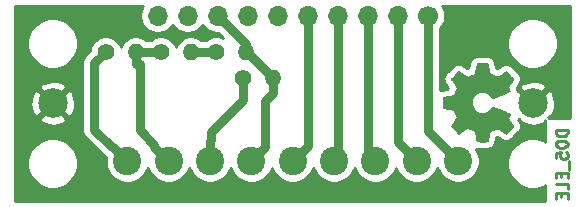
<source format=gbr>
G04 #@! TF.GenerationSoftware,KiCad,Pcbnew,5.1.5-52549c5~86~ubuntu18.04.1*
G04 #@! TF.CreationDate,2020-09-30T17:57:14-05:00*
G04 #@! TF.ProjectId,D05,4430352e-6b69-4636-9164-5f7063625858,rev?*
G04 #@! TF.SameCoordinates,Original*
G04 #@! TF.FileFunction,Copper,L2,Bot*
G04 #@! TF.FilePolarity,Positive*
%FSLAX46Y46*%
G04 Gerber Fmt 4.6, Leading zero omitted, Abs format (unit mm)*
G04 Created by KiCad (PCBNEW 5.1.5-52549c5~86~ubuntu18.04.1) date 2020-09-30 17:57:14*
%MOMM*%
%LPD*%
G04 APERTURE LIST*
%ADD10C,0.250000*%
%ADD11C,0.010000*%
%ADD12O,1.400000X1.400000*%
%ADD13C,1.400000*%
%ADD14C,2.400000*%
%ADD15O,1.700000X1.700000*%
%ADD16C,1.700000*%
%ADD17C,2.499360*%
%ADD18C,0.750000*%
%ADD19C,0.254000*%
G04 APERTURE END LIST*
D10*
X67406780Y-31105838D02*
X66406780Y-31105838D01*
X66406780Y-31343933D01*
X66454400Y-31486790D01*
X66549638Y-31582028D01*
X66644876Y-31629647D01*
X66835352Y-31677266D01*
X66978209Y-31677266D01*
X67168685Y-31629647D01*
X67263923Y-31582028D01*
X67359161Y-31486790D01*
X67406780Y-31343933D01*
X67406780Y-31105838D01*
X66406780Y-32296314D02*
X66406780Y-32391552D01*
X66454400Y-32486790D01*
X66502019Y-32534409D01*
X66597257Y-32582028D01*
X66787733Y-32629647D01*
X67025828Y-32629647D01*
X67216304Y-32582028D01*
X67311542Y-32534409D01*
X67359161Y-32486790D01*
X67406780Y-32391552D01*
X67406780Y-32296314D01*
X67359161Y-32201076D01*
X67311542Y-32153457D01*
X67216304Y-32105838D01*
X67025828Y-32058219D01*
X66787733Y-32058219D01*
X66597257Y-32105838D01*
X66502019Y-32153457D01*
X66454400Y-32201076D01*
X66406780Y-32296314D01*
X66406780Y-33534409D02*
X66406780Y-33058219D01*
X66882971Y-33010600D01*
X66835352Y-33058219D01*
X66787733Y-33153457D01*
X66787733Y-33391552D01*
X66835352Y-33486790D01*
X66882971Y-33534409D01*
X66978209Y-33582028D01*
X67216304Y-33582028D01*
X67311542Y-33534409D01*
X67359161Y-33486790D01*
X67406780Y-33391552D01*
X67406780Y-33153457D01*
X67359161Y-33058219D01*
X67311542Y-33010600D01*
X67502019Y-33772504D02*
X67502019Y-34534409D01*
X66882971Y-34772504D02*
X66882971Y-35105838D01*
X67406780Y-35248695D02*
X67406780Y-34772504D01*
X66406780Y-34772504D01*
X66406780Y-35248695D01*
X67406780Y-36153457D02*
X67406780Y-35677266D01*
X66406780Y-35677266D01*
X66882971Y-36486790D02*
X66882971Y-36820123D01*
X67406780Y-36962980D02*
X67406780Y-36486790D01*
X66406780Y-36486790D01*
X66406780Y-36962980D01*
D11*
G36*
X57336731Y-29359414D02*
G01*
X57781355Y-29443235D01*
X57908853Y-29752520D01*
X58036351Y-30061806D01*
X57784046Y-30432846D01*
X57713796Y-30536757D01*
X57651072Y-30630687D01*
X57598738Y-30710252D01*
X57559657Y-30771070D01*
X57536693Y-30808757D01*
X57531742Y-30819021D01*
X57544476Y-30837510D01*
X57579682Y-30877020D01*
X57632862Y-30933122D01*
X57699518Y-31001387D01*
X57775154Y-31077386D01*
X57855272Y-31156692D01*
X57935374Y-31234875D01*
X58010964Y-31307507D01*
X58077545Y-31370159D01*
X58130618Y-31418403D01*
X58165687Y-31447810D01*
X58177423Y-31454841D01*
X58199060Y-31444723D01*
X58246462Y-31416359D01*
X58314993Y-31372729D01*
X58400015Y-31316818D01*
X58496893Y-31251606D01*
X58552150Y-31213819D01*
X58653048Y-31144943D01*
X58744099Y-31083740D01*
X58820770Y-31033178D01*
X58878528Y-30996228D01*
X58912843Y-30975858D01*
X58920054Y-30972797D01*
X58940548Y-30979736D01*
X58988313Y-30998651D01*
X59056632Y-31026687D01*
X59138789Y-31060991D01*
X59228070Y-31098709D01*
X59317758Y-31136987D01*
X59401138Y-31172970D01*
X59471494Y-31203806D01*
X59522110Y-31226639D01*
X59546271Y-31238617D01*
X59547222Y-31239324D01*
X59551836Y-31258131D01*
X59562128Y-31308218D01*
X59577087Y-31384393D01*
X59595701Y-31481465D01*
X59616959Y-31594243D01*
X59629218Y-31660042D01*
X59652162Y-31780550D01*
X59673995Y-31889397D01*
X59693522Y-31981076D01*
X59709548Y-32050081D01*
X59720879Y-32090904D01*
X59724474Y-32099111D01*
X59748806Y-32107148D01*
X59803759Y-32113633D01*
X59882908Y-32118570D01*
X59979826Y-32121964D01*
X60088087Y-32123818D01*
X60201265Y-32124138D01*
X60312935Y-32122927D01*
X60416668Y-32120190D01*
X60506041Y-32115931D01*
X60574626Y-32110155D01*
X60615997Y-32102867D01*
X60624610Y-32098495D01*
X60634933Y-32072364D01*
X60649692Y-32016993D01*
X60667152Y-31939707D01*
X60685580Y-31847830D01*
X60691541Y-31815758D01*
X60719866Y-31661124D01*
X60742676Y-31538975D01*
X60760880Y-31445273D01*
X60775383Y-31375984D01*
X60787092Y-31327071D01*
X60796915Y-31294497D01*
X60805756Y-31274228D01*
X60814524Y-31262226D01*
X60816257Y-31260547D01*
X60844171Y-31243784D01*
X60898495Y-31218214D01*
X60972577Y-31186388D01*
X61059765Y-31150860D01*
X61153408Y-31114183D01*
X61246852Y-31078911D01*
X61333447Y-31047596D01*
X61406540Y-31022793D01*
X61459478Y-31007054D01*
X61485611Y-31002932D01*
X61486526Y-31003276D01*
X61507886Y-31017241D01*
X61554884Y-31048922D01*
X61622627Y-31094991D01*
X61706223Y-31152118D01*
X61800782Y-31216973D01*
X61827654Y-31235443D01*
X61925075Y-31301299D01*
X62013963Y-31359250D01*
X62089212Y-31406138D01*
X62145720Y-31438807D01*
X62178381Y-31454100D01*
X62182393Y-31454841D01*
X62203484Y-31441992D01*
X62245264Y-31406488D01*
X62303245Y-31352893D01*
X62372935Y-31285771D01*
X62449845Y-31209687D01*
X62529483Y-31129204D01*
X62607361Y-31048887D01*
X62678986Y-30973299D01*
X62739870Y-30907005D01*
X62785521Y-30854569D01*
X62811450Y-30820555D01*
X62815683Y-30811145D01*
X62805712Y-30789243D01*
X62778820Y-30744400D01*
X62739536Y-30683921D01*
X62707917Y-30637389D01*
X62649898Y-30553075D01*
X62581584Y-30453226D01*
X62513379Y-30353073D01*
X62476875Y-30299227D01*
X62353600Y-30116971D01*
X62436320Y-29963981D01*
X62472559Y-29894282D01*
X62500726Y-29835014D01*
X62516791Y-29794911D01*
X62519026Y-29784703D01*
X62502522Y-29772429D01*
X62455882Y-29748213D01*
X62383409Y-29713863D01*
X62289406Y-29671188D01*
X62178174Y-29621994D01*
X62054015Y-29568090D01*
X61921232Y-29511284D01*
X61784127Y-29453382D01*
X61647002Y-29396193D01*
X61514158Y-29341524D01*
X61389898Y-29291184D01*
X61278525Y-29246980D01*
X61184339Y-29210719D01*
X61111644Y-29184209D01*
X61064741Y-29169258D01*
X61048633Y-29166854D01*
X61028086Y-29185911D01*
X60994733Y-29227636D01*
X60955502Y-29283306D01*
X60952399Y-29287978D01*
X60837223Y-29431864D01*
X60702853Y-29547883D01*
X60553584Y-29635030D01*
X60393713Y-29692299D01*
X60227537Y-29718686D01*
X60059352Y-29713185D01*
X59893455Y-29674790D01*
X59734142Y-29602495D01*
X59699287Y-29581226D01*
X59558537Y-29470596D01*
X59445514Y-29339902D01*
X59360803Y-29193664D01*
X59304994Y-29036408D01*
X59278674Y-28872657D01*
X59282430Y-28706933D01*
X59316850Y-28543762D01*
X59382523Y-28387665D01*
X59480035Y-28243167D01*
X59519613Y-28198469D01*
X59643503Y-28084712D01*
X59773924Y-28001818D01*
X59920115Y-27944956D01*
X60064888Y-27913287D01*
X60227660Y-27905469D01*
X60391240Y-27931538D01*
X60550098Y-27988845D01*
X60698706Y-28074744D01*
X60831535Y-28186586D01*
X60943056Y-28321723D01*
X60954811Y-28339483D01*
X60993308Y-28395750D01*
X61026663Y-28438523D01*
X61047960Y-28458972D01*
X61048633Y-28459269D01*
X61071671Y-28454879D01*
X61123957Y-28437476D01*
X61201190Y-28408868D01*
X61299068Y-28370865D01*
X61413291Y-28325274D01*
X61539558Y-28273903D01*
X61673567Y-28218562D01*
X61811018Y-28161058D01*
X61947608Y-28103201D01*
X62079037Y-28046798D01*
X62201005Y-27993658D01*
X62309209Y-27945590D01*
X62399349Y-27904401D01*
X62467123Y-27871901D01*
X62508230Y-27849897D01*
X62519026Y-27841036D01*
X62510619Y-27813960D01*
X62488072Y-27763297D01*
X62455413Y-27697783D01*
X62436320Y-27661759D01*
X62353600Y-27508768D01*
X62476875Y-27326512D01*
X62540028Y-27233475D01*
X62609527Y-27131615D01*
X62674965Y-27036162D01*
X62707917Y-26988350D01*
X62753073Y-26921105D01*
X62788857Y-26864164D01*
X62810738Y-26824954D01*
X62815363Y-26812219D01*
X62802885Y-26793683D01*
X62768052Y-26752659D01*
X62714478Y-26693125D01*
X62645783Y-26619058D01*
X62565581Y-26534435D01*
X62514086Y-26480915D01*
X62422086Y-26387281D01*
X62339799Y-26306359D01*
X62270745Y-26241423D01*
X62218444Y-26195742D01*
X62186416Y-26172589D01*
X62179916Y-26170368D01*
X62155194Y-26180676D01*
X62105205Y-26209161D01*
X62035012Y-26252663D01*
X61949675Y-26308023D01*
X61854256Y-26372080D01*
X61827654Y-26390297D01*
X61730967Y-26456673D01*
X61643917Y-26516222D01*
X61571395Y-26565616D01*
X61518293Y-26601525D01*
X61489503Y-26620619D01*
X61486526Y-26622464D01*
X61463582Y-26619705D01*
X61413136Y-26605062D01*
X61341841Y-26581087D01*
X61256347Y-26550334D01*
X61163307Y-26515356D01*
X61069374Y-26478707D01*
X60981199Y-26442939D01*
X60905434Y-26410606D01*
X60848731Y-26384262D01*
X60817743Y-26366458D01*
X60816257Y-26365193D01*
X60807401Y-26354306D01*
X60798643Y-26335918D01*
X60789077Y-26305994D01*
X60777796Y-26260497D01*
X60763893Y-26195391D01*
X60746463Y-26106639D01*
X60724598Y-25990207D01*
X60697391Y-25842058D01*
X60691541Y-25809982D01*
X60673174Y-25714914D01*
X60655205Y-25632035D01*
X60639369Y-25568670D01*
X60627400Y-25532142D01*
X60624610Y-25527244D01*
X60599872Y-25519173D01*
X60544590Y-25512613D01*
X60465189Y-25507567D01*
X60368096Y-25504041D01*
X60259738Y-25502039D01*
X60146540Y-25501564D01*
X60034928Y-25502623D01*
X59931329Y-25505218D01*
X59842168Y-25509354D01*
X59773872Y-25515037D01*
X59732866Y-25522269D01*
X59724474Y-25526629D01*
X59716008Y-25550902D01*
X59702235Y-25606174D01*
X59684350Y-25686938D01*
X59663548Y-25787688D01*
X59641023Y-25902917D01*
X59629218Y-25965698D01*
X59606951Y-26084813D01*
X59586779Y-26191035D01*
X59569715Y-26279173D01*
X59556769Y-26344034D01*
X59548955Y-26380426D01*
X59547222Y-26386416D01*
X59527690Y-26396539D01*
X59480643Y-26417938D01*
X59412803Y-26447761D01*
X59330891Y-26483155D01*
X59241628Y-26521268D01*
X59151735Y-26559247D01*
X59067935Y-26594240D01*
X58996947Y-26623394D01*
X58945494Y-26643857D01*
X58920297Y-26652777D01*
X58919196Y-26652943D01*
X58899319Y-26642831D01*
X58853577Y-26614483D01*
X58786517Y-26570877D01*
X58702684Y-26514994D01*
X58606626Y-26449813D01*
X58551450Y-26411921D01*
X58450281Y-26342875D01*
X58358430Y-26281550D01*
X58280544Y-26230937D01*
X58221269Y-26194029D01*
X58185251Y-26173818D01*
X58177177Y-26170899D01*
X58158384Y-26183447D01*
X58118257Y-26218137D01*
X58061293Y-26270537D01*
X57991985Y-26336216D01*
X57914831Y-26410744D01*
X57834325Y-26489687D01*
X57754963Y-26568617D01*
X57681240Y-26643100D01*
X57617652Y-26708706D01*
X57568694Y-26761004D01*
X57538861Y-26795561D01*
X57531742Y-26807122D01*
X57541753Y-26825946D01*
X57569878Y-26870969D01*
X57613254Y-26937813D01*
X57669018Y-27022101D01*
X57734306Y-27119456D01*
X57784046Y-27192893D01*
X58036351Y-27563933D01*
X57781355Y-28182505D01*
X57336731Y-28266325D01*
X56892107Y-28350146D01*
X56892107Y-29275594D01*
X57336731Y-29359414D01*
G37*
X57336731Y-29359414D02*
X57781355Y-29443235D01*
X57908853Y-29752520D01*
X58036351Y-30061806D01*
X57784046Y-30432846D01*
X57713796Y-30536757D01*
X57651072Y-30630687D01*
X57598738Y-30710252D01*
X57559657Y-30771070D01*
X57536693Y-30808757D01*
X57531742Y-30819021D01*
X57544476Y-30837510D01*
X57579682Y-30877020D01*
X57632862Y-30933122D01*
X57699518Y-31001387D01*
X57775154Y-31077386D01*
X57855272Y-31156692D01*
X57935374Y-31234875D01*
X58010964Y-31307507D01*
X58077545Y-31370159D01*
X58130618Y-31418403D01*
X58165687Y-31447810D01*
X58177423Y-31454841D01*
X58199060Y-31444723D01*
X58246462Y-31416359D01*
X58314993Y-31372729D01*
X58400015Y-31316818D01*
X58496893Y-31251606D01*
X58552150Y-31213819D01*
X58653048Y-31144943D01*
X58744099Y-31083740D01*
X58820770Y-31033178D01*
X58878528Y-30996228D01*
X58912843Y-30975858D01*
X58920054Y-30972797D01*
X58940548Y-30979736D01*
X58988313Y-30998651D01*
X59056632Y-31026687D01*
X59138789Y-31060991D01*
X59228070Y-31098709D01*
X59317758Y-31136987D01*
X59401138Y-31172970D01*
X59471494Y-31203806D01*
X59522110Y-31226639D01*
X59546271Y-31238617D01*
X59547222Y-31239324D01*
X59551836Y-31258131D01*
X59562128Y-31308218D01*
X59577087Y-31384393D01*
X59595701Y-31481465D01*
X59616959Y-31594243D01*
X59629218Y-31660042D01*
X59652162Y-31780550D01*
X59673995Y-31889397D01*
X59693522Y-31981076D01*
X59709548Y-32050081D01*
X59720879Y-32090904D01*
X59724474Y-32099111D01*
X59748806Y-32107148D01*
X59803759Y-32113633D01*
X59882908Y-32118570D01*
X59979826Y-32121964D01*
X60088087Y-32123818D01*
X60201265Y-32124138D01*
X60312935Y-32122927D01*
X60416668Y-32120190D01*
X60506041Y-32115931D01*
X60574626Y-32110155D01*
X60615997Y-32102867D01*
X60624610Y-32098495D01*
X60634933Y-32072364D01*
X60649692Y-32016993D01*
X60667152Y-31939707D01*
X60685580Y-31847830D01*
X60691541Y-31815758D01*
X60719866Y-31661124D01*
X60742676Y-31538975D01*
X60760880Y-31445273D01*
X60775383Y-31375984D01*
X60787092Y-31327071D01*
X60796915Y-31294497D01*
X60805756Y-31274228D01*
X60814524Y-31262226D01*
X60816257Y-31260547D01*
X60844171Y-31243784D01*
X60898495Y-31218214D01*
X60972577Y-31186388D01*
X61059765Y-31150860D01*
X61153408Y-31114183D01*
X61246852Y-31078911D01*
X61333447Y-31047596D01*
X61406540Y-31022793D01*
X61459478Y-31007054D01*
X61485611Y-31002932D01*
X61486526Y-31003276D01*
X61507886Y-31017241D01*
X61554884Y-31048922D01*
X61622627Y-31094991D01*
X61706223Y-31152118D01*
X61800782Y-31216973D01*
X61827654Y-31235443D01*
X61925075Y-31301299D01*
X62013963Y-31359250D01*
X62089212Y-31406138D01*
X62145720Y-31438807D01*
X62178381Y-31454100D01*
X62182393Y-31454841D01*
X62203484Y-31441992D01*
X62245264Y-31406488D01*
X62303245Y-31352893D01*
X62372935Y-31285771D01*
X62449845Y-31209687D01*
X62529483Y-31129204D01*
X62607361Y-31048887D01*
X62678986Y-30973299D01*
X62739870Y-30907005D01*
X62785521Y-30854569D01*
X62811450Y-30820555D01*
X62815683Y-30811145D01*
X62805712Y-30789243D01*
X62778820Y-30744400D01*
X62739536Y-30683921D01*
X62707917Y-30637389D01*
X62649898Y-30553075D01*
X62581584Y-30453226D01*
X62513379Y-30353073D01*
X62476875Y-30299227D01*
X62353600Y-30116971D01*
X62436320Y-29963981D01*
X62472559Y-29894282D01*
X62500726Y-29835014D01*
X62516791Y-29794911D01*
X62519026Y-29784703D01*
X62502522Y-29772429D01*
X62455882Y-29748213D01*
X62383409Y-29713863D01*
X62289406Y-29671188D01*
X62178174Y-29621994D01*
X62054015Y-29568090D01*
X61921232Y-29511284D01*
X61784127Y-29453382D01*
X61647002Y-29396193D01*
X61514158Y-29341524D01*
X61389898Y-29291184D01*
X61278525Y-29246980D01*
X61184339Y-29210719D01*
X61111644Y-29184209D01*
X61064741Y-29169258D01*
X61048633Y-29166854D01*
X61028086Y-29185911D01*
X60994733Y-29227636D01*
X60955502Y-29283306D01*
X60952399Y-29287978D01*
X60837223Y-29431864D01*
X60702853Y-29547883D01*
X60553584Y-29635030D01*
X60393713Y-29692299D01*
X60227537Y-29718686D01*
X60059352Y-29713185D01*
X59893455Y-29674790D01*
X59734142Y-29602495D01*
X59699287Y-29581226D01*
X59558537Y-29470596D01*
X59445514Y-29339902D01*
X59360803Y-29193664D01*
X59304994Y-29036408D01*
X59278674Y-28872657D01*
X59282430Y-28706933D01*
X59316850Y-28543762D01*
X59382523Y-28387665D01*
X59480035Y-28243167D01*
X59519613Y-28198469D01*
X59643503Y-28084712D01*
X59773924Y-28001818D01*
X59920115Y-27944956D01*
X60064888Y-27913287D01*
X60227660Y-27905469D01*
X60391240Y-27931538D01*
X60550098Y-27988845D01*
X60698706Y-28074744D01*
X60831535Y-28186586D01*
X60943056Y-28321723D01*
X60954811Y-28339483D01*
X60993308Y-28395750D01*
X61026663Y-28438523D01*
X61047960Y-28458972D01*
X61048633Y-28459269D01*
X61071671Y-28454879D01*
X61123957Y-28437476D01*
X61201190Y-28408868D01*
X61299068Y-28370865D01*
X61413291Y-28325274D01*
X61539558Y-28273903D01*
X61673567Y-28218562D01*
X61811018Y-28161058D01*
X61947608Y-28103201D01*
X62079037Y-28046798D01*
X62201005Y-27993658D01*
X62309209Y-27945590D01*
X62399349Y-27904401D01*
X62467123Y-27871901D01*
X62508230Y-27849897D01*
X62519026Y-27841036D01*
X62510619Y-27813960D01*
X62488072Y-27763297D01*
X62455413Y-27697783D01*
X62436320Y-27661759D01*
X62353600Y-27508768D01*
X62476875Y-27326512D01*
X62540028Y-27233475D01*
X62609527Y-27131615D01*
X62674965Y-27036162D01*
X62707917Y-26988350D01*
X62753073Y-26921105D01*
X62788857Y-26864164D01*
X62810738Y-26824954D01*
X62815363Y-26812219D01*
X62802885Y-26793683D01*
X62768052Y-26752659D01*
X62714478Y-26693125D01*
X62645783Y-26619058D01*
X62565581Y-26534435D01*
X62514086Y-26480915D01*
X62422086Y-26387281D01*
X62339799Y-26306359D01*
X62270745Y-26241423D01*
X62218444Y-26195742D01*
X62186416Y-26172589D01*
X62179916Y-26170368D01*
X62155194Y-26180676D01*
X62105205Y-26209161D01*
X62035012Y-26252663D01*
X61949675Y-26308023D01*
X61854256Y-26372080D01*
X61827654Y-26390297D01*
X61730967Y-26456673D01*
X61643917Y-26516222D01*
X61571395Y-26565616D01*
X61518293Y-26601525D01*
X61489503Y-26620619D01*
X61486526Y-26622464D01*
X61463582Y-26619705D01*
X61413136Y-26605062D01*
X61341841Y-26581087D01*
X61256347Y-26550334D01*
X61163307Y-26515356D01*
X61069374Y-26478707D01*
X60981199Y-26442939D01*
X60905434Y-26410606D01*
X60848731Y-26384262D01*
X60817743Y-26366458D01*
X60816257Y-26365193D01*
X60807401Y-26354306D01*
X60798643Y-26335918D01*
X60789077Y-26305994D01*
X60777796Y-26260497D01*
X60763893Y-26195391D01*
X60746463Y-26106639D01*
X60724598Y-25990207D01*
X60697391Y-25842058D01*
X60691541Y-25809982D01*
X60673174Y-25714914D01*
X60655205Y-25632035D01*
X60639369Y-25568670D01*
X60627400Y-25532142D01*
X60624610Y-25527244D01*
X60599872Y-25519173D01*
X60544590Y-25512613D01*
X60465189Y-25507567D01*
X60368096Y-25504041D01*
X60259738Y-25502039D01*
X60146540Y-25501564D01*
X60034928Y-25502623D01*
X59931329Y-25505218D01*
X59842168Y-25509354D01*
X59773872Y-25515037D01*
X59732866Y-25522269D01*
X59724474Y-25526629D01*
X59716008Y-25550902D01*
X59702235Y-25606174D01*
X59684350Y-25686938D01*
X59663548Y-25787688D01*
X59641023Y-25902917D01*
X59629218Y-25965698D01*
X59606951Y-26084813D01*
X59586779Y-26191035D01*
X59569715Y-26279173D01*
X59556769Y-26344034D01*
X59548955Y-26380426D01*
X59547222Y-26386416D01*
X59527690Y-26396539D01*
X59480643Y-26417938D01*
X59412803Y-26447761D01*
X59330891Y-26483155D01*
X59241628Y-26521268D01*
X59151735Y-26559247D01*
X59067935Y-26594240D01*
X58996947Y-26623394D01*
X58945494Y-26643857D01*
X58920297Y-26652777D01*
X58919196Y-26652943D01*
X58899319Y-26642831D01*
X58853577Y-26614483D01*
X58786517Y-26570877D01*
X58702684Y-26514994D01*
X58606626Y-26449813D01*
X58551450Y-26411921D01*
X58450281Y-26342875D01*
X58358430Y-26281550D01*
X58280544Y-26230937D01*
X58221269Y-26194029D01*
X58185251Y-26173818D01*
X58177177Y-26170899D01*
X58158384Y-26183447D01*
X58118257Y-26218137D01*
X58061293Y-26270537D01*
X57991985Y-26336216D01*
X57914831Y-26410744D01*
X57834325Y-26489687D01*
X57754963Y-26568617D01*
X57681240Y-26643100D01*
X57617652Y-26708706D01*
X57568694Y-26761004D01*
X57538861Y-26795561D01*
X57531742Y-26807122D01*
X57541753Y-26825946D01*
X57569878Y-26870969D01*
X57613254Y-26937813D01*
X57669018Y-27022101D01*
X57734306Y-27119456D01*
X57784046Y-27192893D01*
X58036351Y-27563933D01*
X57781355Y-28182505D01*
X57336731Y-28266325D01*
X56892107Y-28350146D01*
X56892107Y-29275594D01*
X57336731Y-29359414D01*
D12*
X40182800Y-24536400D03*
D13*
X37642800Y-24536400D03*
D12*
X35509200Y-24536400D03*
D13*
X32969200Y-24536400D03*
D12*
X30835600Y-24536400D03*
D13*
X28295600Y-24536400D03*
D12*
X42468800Y-26771600D03*
D13*
X39928800Y-26771600D03*
D14*
X58130000Y-33782000D03*
X54630000Y-33782000D03*
X51130000Y-33782000D03*
X47630000Y-33782000D03*
X44130000Y-33782000D03*
X40630000Y-33782000D03*
X37130000Y-33782000D03*
X33630000Y-33782000D03*
X30130000Y-33782000D03*
D15*
X32700000Y-21463000D03*
X35240000Y-21463000D03*
X37780000Y-21463000D03*
X40320000Y-21463000D03*
X42860000Y-21463000D03*
X45400000Y-21463000D03*
X47940000Y-21463000D03*
X50480000Y-21463000D03*
X53020000Y-21463000D03*
D16*
X55560000Y-21463000D03*
D17*
X64450000Y-28890000D03*
X23810000Y-28890000D03*
D18*
X41829999Y-28680401D02*
X42468800Y-28041600D01*
X40630000Y-33782000D02*
X41829999Y-32582001D01*
X42468800Y-28041600D02*
X42468800Y-26771600D01*
X41829999Y-32582001D02*
X41829999Y-28680401D01*
X40233600Y-24536400D02*
X42468800Y-26771600D01*
X40182800Y-24536400D02*
X40233600Y-24536400D01*
X37780000Y-21463000D02*
X37780000Y-21732200D01*
X40182800Y-23865800D02*
X37780000Y-21463000D01*
X40182800Y-24536400D02*
X40182800Y-23865800D01*
X35509200Y-24536400D02*
X37642800Y-24536400D01*
X45400000Y-32512000D02*
X44130000Y-33782000D01*
X45400000Y-21463000D02*
X45400000Y-32512000D01*
X47940000Y-33472000D02*
X47630000Y-33782000D01*
X47940000Y-21463000D02*
X47940000Y-33472000D01*
X50480000Y-33132000D02*
X51130000Y-33782000D01*
X50480000Y-21463000D02*
X50480000Y-33132000D01*
X53020000Y-32172000D02*
X54630000Y-33782000D01*
X53020000Y-21463000D02*
X53020000Y-32172000D01*
X55560000Y-31212000D02*
X58130000Y-33782000D01*
X55560000Y-21463000D02*
X55560000Y-31212000D01*
X37130000Y-32084944D02*
X37236400Y-31978544D01*
X37130000Y-33782000D02*
X37130000Y-32084944D01*
X37236400Y-31978544D02*
X37236400Y-31292800D01*
X39928800Y-28600400D02*
X39928800Y-26771600D01*
X37236400Y-31292800D02*
X39928800Y-28600400D01*
X32430001Y-32582001D02*
X32430001Y-32506201D01*
X33630000Y-33782000D02*
X32430001Y-32582001D01*
X32430001Y-32582001D02*
X32430001Y-32404601D01*
X32430001Y-32404601D02*
X31191200Y-31165800D01*
X31191200Y-31165800D02*
X31191200Y-25577800D01*
X30835600Y-25526349D02*
X30835600Y-24536400D01*
X31191200Y-25577800D02*
X30887051Y-25577800D01*
X30887051Y-25577800D02*
X30835600Y-25526349D01*
X30835600Y-24536400D02*
X32969200Y-24536400D01*
X28930001Y-32582001D02*
X28797401Y-32582001D01*
X30130000Y-33782000D02*
X28930001Y-32582001D01*
X28797401Y-32582001D02*
X27330400Y-31115000D01*
X27330400Y-25501600D02*
X28295600Y-24536400D01*
X27330400Y-31115000D02*
X27330400Y-25501600D01*
D19*
G36*
X31384010Y-20759589D02*
G01*
X31272068Y-21029842D01*
X31215000Y-21316740D01*
X31215000Y-21609260D01*
X31272068Y-21896158D01*
X31384010Y-22166411D01*
X31546525Y-22409632D01*
X31753368Y-22616475D01*
X31996589Y-22778990D01*
X32266842Y-22890932D01*
X32553740Y-22948000D01*
X32846260Y-22948000D01*
X33133158Y-22890932D01*
X33403411Y-22778990D01*
X33646632Y-22616475D01*
X33853475Y-22409632D01*
X33970000Y-22235240D01*
X34086525Y-22409632D01*
X34293368Y-22616475D01*
X34536589Y-22778990D01*
X34806842Y-22890932D01*
X35093740Y-22948000D01*
X35386260Y-22948000D01*
X35673158Y-22890932D01*
X35943411Y-22778990D01*
X36186632Y-22616475D01*
X36393475Y-22409632D01*
X36510000Y-22235240D01*
X36626525Y-22409632D01*
X36833368Y-22616475D01*
X37076589Y-22778990D01*
X37346842Y-22890932D01*
X37633740Y-22948000D01*
X37836645Y-22948000D01*
X38218526Y-23329881D01*
X38032205Y-23252704D01*
X37774286Y-23201400D01*
X37511314Y-23201400D01*
X37253395Y-23252704D01*
X37010441Y-23353339D01*
X36791787Y-23499438D01*
X36764825Y-23526400D01*
X36387175Y-23526400D01*
X36360213Y-23499438D01*
X36141559Y-23353339D01*
X35898605Y-23252704D01*
X35640686Y-23201400D01*
X35377714Y-23201400D01*
X35119795Y-23252704D01*
X34876841Y-23353339D01*
X34658187Y-23499438D01*
X34472238Y-23685387D01*
X34326139Y-23904041D01*
X34239200Y-24113930D01*
X34152261Y-23904041D01*
X34006162Y-23685387D01*
X33820213Y-23499438D01*
X33601559Y-23353339D01*
X33358605Y-23252704D01*
X33100686Y-23201400D01*
X32837714Y-23201400D01*
X32579795Y-23252704D01*
X32336841Y-23353339D01*
X32118187Y-23499438D01*
X32091225Y-23526400D01*
X31713575Y-23526400D01*
X31686613Y-23499438D01*
X31467959Y-23353339D01*
X31225005Y-23252704D01*
X30967086Y-23201400D01*
X30704114Y-23201400D01*
X30446195Y-23252704D01*
X30203241Y-23353339D01*
X29984587Y-23499438D01*
X29798638Y-23685387D01*
X29652539Y-23904041D01*
X29565600Y-24113930D01*
X29478661Y-23904041D01*
X29332562Y-23685387D01*
X29146613Y-23499438D01*
X28927959Y-23353339D01*
X28685005Y-23252704D01*
X28427086Y-23201400D01*
X28164114Y-23201400D01*
X27906195Y-23252704D01*
X27663241Y-23353339D01*
X27444587Y-23499438D01*
X27258638Y-23685387D01*
X27112539Y-23904041D01*
X27011904Y-24146995D01*
X26960600Y-24404914D01*
X26960600Y-24443045D01*
X26651301Y-24752344D01*
X26612768Y-24783967D01*
X26581145Y-24822500D01*
X26581144Y-24822501D01*
X26486554Y-24937760D01*
X26392768Y-25113221D01*
X26335015Y-25303606D01*
X26315514Y-25501600D01*
X26320401Y-25551218D01*
X26320400Y-31065392D01*
X26315514Y-31115000D01*
X26335015Y-31312994D01*
X26389532Y-31492710D01*
X26392768Y-31503379D01*
X26486553Y-31678840D01*
X26612767Y-31832633D01*
X26651306Y-31864261D01*
X28048145Y-33261100D01*
X28079768Y-33299634D01*
X28233561Y-33425848D01*
X28320635Y-33472390D01*
X28295000Y-33601268D01*
X28295000Y-33962732D01*
X28365518Y-34317250D01*
X28503844Y-34651199D01*
X28704662Y-34951744D01*
X28960256Y-35207338D01*
X29260801Y-35408156D01*
X29594750Y-35546482D01*
X29949268Y-35617000D01*
X30310732Y-35617000D01*
X30665250Y-35546482D01*
X30999199Y-35408156D01*
X31299744Y-35207338D01*
X31555338Y-34951744D01*
X31756156Y-34651199D01*
X31880000Y-34352213D01*
X32003844Y-34651199D01*
X32204662Y-34951744D01*
X32460256Y-35207338D01*
X32760801Y-35408156D01*
X33094750Y-35546482D01*
X33449268Y-35617000D01*
X33810732Y-35617000D01*
X34165250Y-35546482D01*
X34499199Y-35408156D01*
X34799744Y-35207338D01*
X35055338Y-34951744D01*
X35256156Y-34651199D01*
X35380000Y-34352213D01*
X35503844Y-34651199D01*
X35704662Y-34951744D01*
X35960256Y-35207338D01*
X36260801Y-35408156D01*
X36594750Y-35546482D01*
X36949268Y-35617000D01*
X37310732Y-35617000D01*
X37665250Y-35546482D01*
X37999199Y-35408156D01*
X38299744Y-35207338D01*
X38555338Y-34951744D01*
X38756156Y-34651199D01*
X38880000Y-34352213D01*
X39003844Y-34651199D01*
X39204662Y-34951744D01*
X39460256Y-35207338D01*
X39760801Y-35408156D01*
X40094750Y-35546482D01*
X40449268Y-35617000D01*
X40810732Y-35617000D01*
X41165250Y-35546482D01*
X41499199Y-35408156D01*
X41799744Y-35207338D01*
X42055338Y-34951744D01*
X42256156Y-34651199D01*
X42380000Y-34352213D01*
X42503844Y-34651199D01*
X42704662Y-34951744D01*
X42960256Y-35207338D01*
X43260801Y-35408156D01*
X43594750Y-35546482D01*
X43949268Y-35617000D01*
X44310732Y-35617000D01*
X44665250Y-35546482D01*
X44999199Y-35408156D01*
X45299744Y-35207338D01*
X45555338Y-34951744D01*
X45756156Y-34651199D01*
X45880000Y-34352213D01*
X46003844Y-34651199D01*
X46204662Y-34951744D01*
X46460256Y-35207338D01*
X46760801Y-35408156D01*
X47094750Y-35546482D01*
X47449268Y-35617000D01*
X47810732Y-35617000D01*
X48165250Y-35546482D01*
X48499199Y-35408156D01*
X48799744Y-35207338D01*
X49055338Y-34951744D01*
X49256156Y-34651199D01*
X49380000Y-34352213D01*
X49503844Y-34651199D01*
X49704662Y-34951744D01*
X49960256Y-35207338D01*
X50260801Y-35408156D01*
X50594750Y-35546482D01*
X50949268Y-35617000D01*
X51310732Y-35617000D01*
X51665250Y-35546482D01*
X51999199Y-35408156D01*
X52299744Y-35207338D01*
X52555338Y-34951744D01*
X52756156Y-34651199D01*
X52880000Y-34352213D01*
X53003844Y-34651199D01*
X53204662Y-34951744D01*
X53460256Y-35207338D01*
X53760801Y-35408156D01*
X54094750Y-35546482D01*
X54449268Y-35617000D01*
X54810732Y-35617000D01*
X55165250Y-35546482D01*
X55499199Y-35408156D01*
X55799744Y-35207338D01*
X56055338Y-34951744D01*
X56256156Y-34651199D01*
X56380000Y-34352213D01*
X56503844Y-34651199D01*
X56704662Y-34951744D01*
X56960256Y-35207338D01*
X57260801Y-35408156D01*
X57594750Y-35546482D01*
X57949268Y-35617000D01*
X58310732Y-35617000D01*
X58665250Y-35546482D01*
X58999199Y-35408156D01*
X59299744Y-35207338D01*
X59555338Y-34951744D01*
X59756156Y-34651199D01*
X59894482Y-34317250D01*
X59965000Y-33962732D01*
X59965000Y-33601268D01*
X59894482Y-33246750D01*
X59756156Y-32912801D01*
X59637508Y-32735231D01*
X59664933Y-32741629D01*
X59669785Y-32742236D01*
X59669937Y-32742270D01*
X59670090Y-32742274D01*
X59673800Y-32742738D01*
X59728753Y-32749223D01*
X59741978Y-32749484D01*
X59755001Y-32751773D01*
X59763916Y-32752392D01*
X59843065Y-32757329D01*
X59847346Y-32757177D01*
X59851581Y-32757803D01*
X59860509Y-32758178D01*
X59957427Y-32761572D01*
X59958684Y-32761493D01*
X59959934Y-32761655D01*
X59968867Y-32761870D01*
X60077129Y-32763724D01*
X60077234Y-32763716D01*
X60077342Y-32763728D01*
X60086277Y-32763815D01*
X60199264Y-32764134D01*
X60199269Y-32764135D01*
X60199455Y-32764135D01*
X60199463Y-32764134D01*
X60208205Y-32764100D01*
X60319875Y-32762889D01*
X60320374Y-32762835D01*
X60320881Y-32762878D01*
X60329816Y-32762704D01*
X60433548Y-32759967D01*
X60435865Y-32759678D01*
X60438203Y-32759828D01*
X60447132Y-32759465D01*
X60536505Y-32755206D01*
X60543634Y-32754162D01*
X60550840Y-32754362D01*
X60559750Y-32753673D01*
X60628335Y-32747897D01*
X60652409Y-32743473D01*
X60676849Y-32741939D01*
X60685660Y-32740450D01*
X60727031Y-32733162D01*
X60753544Y-32725764D01*
X60780698Y-32721311D01*
X60813551Y-32709020D01*
X60847341Y-32699591D01*
X60864336Y-32691010D01*
X60873069Y-32688299D01*
X60882301Y-32683298D01*
X60897684Y-32677543D01*
X60905680Y-32673554D01*
X60914293Y-32669182D01*
X60939946Y-32652831D01*
X60958840Y-32643291D01*
X60964910Y-32638550D01*
X60982897Y-32628807D01*
X61000429Y-32614281D01*
X61019623Y-32602047D01*
X61048404Y-32574531D01*
X61079079Y-32549115D01*
X61093457Y-32531458D01*
X61109907Y-32515731D01*
X61132799Y-32483145D01*
X61157949Y-32452259D01*
X61168620Y-32432154D01*
X61181707Y-32413524D01*
X61197834Y-32377108D01*
X61216505Y-32341930D01*
X61219846Y-32333642D01*
X61230169Y-32307511D01*
X61239128Y-32276177D01*
X61250980Y-32245818D01*
X61253342Y-32237199D01*
X61268101Y-32181829D01*
X61269368Y-32174113D01*
X61271930Y-32166727D01*
X61273960Y-32158024D01*
X61291420Y-32080738D01*
X61291830Y-32077460D01*
X61292836Y-32074316D01*
X61294654Y-32065567D01*
X61313082Y-31973690D01*
X61313089Y-31973624D01*
X61313110Y-31973554D01*
X61314804Y-31964779D01*
X61320765Y-31932708D01*
X61320773Y-31932616D01*
X61321067Y-31931071D01*
X61349185Y-31777570D01*
X61359808Y-31720681D01*
X61383114Y-31711553D01*
X61387794Y-31709786D01*
X61438789Y-31744762D01*
X61465135Y-31762871D01*
X61465272Y-31762947D01*
X61469229Y-31765662D01*
X61566650Y-31831518D01*
X61567420Y-31831935D01*
X61568094Y-31832491D01*
X61575546Y-31837423D01*
X61664434Y-31895374D01*
X61666297Y-31896344D01*
X61667953Y-31897653D01*
X61675504Y-31902431D01*
X61750754Y-31949319D01*
X61756246Y-31952037D01*
X61761183Y-31955681D01*
X61768888Y-31960207D01*
X61825396Y-31992876D01*
X61846496Y-32002462D01*
X61866261Y-32014570D01*
X61874327Y-32018416D01*
X61906988Y-32033709D01*
X61920857Y-32038618D01*
X61933832Y-32045535D01*
X61979635Y-32059420D01*
X62024737Y-32075383D01*
X62039281Y-32077502D01*
X62053365Y-32081772D01*
X62062142Y-32083456D01*
X62066154Y-32084197D01*
X62107407Y-32087708D01*
X62148346Y-32093935D01*
X62169509Y-32092992D01*
X62190610Y-32094788D01*
X62231751Y-32090220D01*
X62273128Y-32088377D01*
X62293708Y-32083341D01*
X62314753Y-32081004D01*
X62354237Y-32068528D01*
X62394455Y-32058686D01*
X62413653Y-32049754D01*
X62433855Y-32043371D01*
X62470164Y-32023463D01*
X62507703Y-32005998D01*
X62515367Y-32001401D01*
X62536458Y-31988552D01*
X62573068Y-31961014D01*
X62611068Y-31935424D01*
X62617918Y-31929685D01*
X62659698Y-31894181D01*
X62665898Y-31887770D01*
X62673083Y-31882483D01*
X62679687Y-31876463D01*
X62737668Y-31822868D01*
X62739068Y-31821294D01*
X62740741Y-31820009D01*
X62747221Y-31813855D01*
X62816911Y-31746732D01*
X62816928Y-31746712D01*
X62823034Y-31740756D01*
X62899944Y-31664672D01*
X62900021Y-31664579D01*
X62904775Y-31659841D01*
X62984413Y-31579358D01*
X62984495Y-31579257D01*
X62988954Y-31574722D01*
X63066832Y-31494405D01*
X63066891Y-31494331D01*
X63071924Y-31489093D01*
X63143549Y-31413505D01*
X63143869Y-31413093D01*
X63144269Y-31412745D01*
X63150359Y-31406205D01*
X63211243Y-31339911D01*
X63213673Y-31336682D01*
X63216655Y-31333944D01*
X63222569Y-31327245D01*
X63268220Y-31274809D01*
X63277714Y-31261471D01*
X63289033Y-31249634D01*
X63294499Y-31242565D01*
X63320428Y-31208551D01*
X63323666Y-31203312D01*
X63327771Y-31198724D01*
X63348672Y-31163411D01*
X63356517Y-31153342D01*
X63365156Y-31136182D01*
X63386097Y-31102300D01*
X63388254Y-31096537D01*
X63391392Y-31091235D01*
X63395115Y-31083111D01*
X63399347Y-31073701D01*
X63404882Y-31057273D01*
X63412684Y-31041776D01*
X63424012Y-31000989D01*
X63429877Y-30985318D01*
X63430590Y-30980973D01*
X63439229Y-30955333D01*
X63441468Y-30938138D01*
X63446110Y-30921426D01*
X63449519Y-30876321D01*
X63455360Y-30831473D01*
X63454217Y-30814169D01*
X63455524Y-30796875D01*
X63450108Y-30751973D01*
X63447126Y-30706838D01*
X63442642Y-30690082D01*
X63440566Y-30672867D01*
X63426531Y-30629868D01*
X63414840Y-30586177D01*
X63407191Y-30570619D01*
X63401808Y-30554127D01*
X63398162Y-30545969D01*
X63388191Y-30524067D01*
X63372299Y-30496627D01*
X63359124Y-30467785D01*
X63354582Y-30460090D01*
X63327690Y-30415247D01*
X63323503Y-30409599D01*
X63320351Y-30403306D01*
X63315535Y-30395778D01*
X63276251Y-30335299D01*
X63274883Y-30333586D01*
X63273860Y-30331645D01*
X63268889Y-30324219D01*
X63239151Y-30280457D01*
X63316230Y-30203378D01*
X63442104Y-30493315D01*
X63774262Y-30659139D01*
X64132387Y-30756975D01*
X64502719Y-30783065D01*
X64871025Y-30736405D01*
X65223151Y-30618789D01*
X65457896Y-30493315D01*
X65536900Y-30311339D01*
X65536900Y-32128501D01*
X65461302Y-32077988D01*
X65072756Y-31917047D01*
X64660279Y-31835000D01*
X64239721Y-31835000D01*
X63827244Y-31917047D01*
X63438698Y-32077988D01*
X63089017Y-32311637D01*
X62791637Y-32609017D01*
X62557988Y-32958698D01*
X62397047Y-33347244D01*
X62315000Y-33759721D01*
X62315000Y-34180279D01*
X62397047Y-34592756D01*
X62557988Y-34981302D01*
X62791637Y-35330983D01*
X63089017Y-35628363D01*
X63438698Y-35862012D01*
X63827244Y-36022953D01*
X64239721Y-36105000D01*
X64660279Y-36105000D01*
X65072756Y-36022953D01*
X65461302Y-35862012D01*
X65536900Y-35811499D01*
X65536900Y-37120000D01*
X20660000Y-37120000D01*
X20660000Y-33759721D01*
X21675000Y-33759721D01*
X21675000Y-34180279D01*
X21757047Y-34592756D01*
X21917988Y-34981302D01*
X22151637Y-35330983D01*
X22449017Y-35628363D01*
X22798698Y-35862012D01*
X23187244Y-36022953D01*
X23599721Y-36105000D01*
X24020279Y-36105000D01*
X24432756Y-36022953D01*
X24821302Y-35862012D01*
X25170983Y-35628363D01*
X25468363Y-35330983D01*
X25702012Y-34981302D01*
X25862953Y-34592756D01*
X25945000Y-34180279D01*
X25945000Y-33759721D01*
X25862953Y-33347244D01*
X25702012Y-32958698D01*
X25468363Y-32609017D01*
X25170983Y-32311637D01*
X24821302Y-32077988D01*
X24432756Y-31917047D01*
X24020279Y-31835000D01*
X23599721Y-31835000D01*
X23187244Y-31917047D01*
X22798698Y-32077988D01*
X22449017Y-32311637D01*
X22151637Y-32609017D01*
X21917988Y-32958698D01*
X21757047Y-33347244D01*
X21675000Y-33759721D01*
X20660000Y-33759721D01*
X20660000Y-30203377D01*
X22676229Y-30203377D01*
X22802104Y-30493315D01*
X23134262Y-30659139D01*
X23492387Y-30756975D01*
X23862719Y-30783065D01*
X24231025Y-30736405D01*
X24583151Y-30618789D01*
X24817896Y-30493315D01*
X24943771Y-30203377D01*
X23810000Y-29069605D01*
X22676229Y-30203377D01*
X20660000Y-30203377D01*
X20660000Y-28942719D01*
X21916935Y-28942719D01*
X21963595Y-29311025D01*
X22081211Y-29663151D01*
X22206685Y-29897896D01*
X22496623Y-30023771D01*
X23630395Y-28890000D01*
X23989605Y-28890000D01*
X25123377Y-30023771D01*
X25413315Y-29897896D01*
X25579139Y-29565738D01*
X25676975Y-29207613D01*
X25703065Y-28837281D01*
X25656405Y-28468975D01*
X25538789Y-28116849D01*
X25413315Y-27882104D01*
X25123377Y-27756229D01*
X23989605Y-28890000D01*
X23630395Y-28890000D01*
X22496623Y-27756229D01*
X22206685Y-27882104D01*
X22040861Y-28214262D01*
X21943025Y-28572387D01*
X21916935Y-28942719D01*
X20660000Y-28942719D01*
X20660000Y-27576623D01*
X22676229Y-27576623D01*
X23810000Y-28710395D01*
X24943771Y-27576623D01*
X24817896Y-27286685D01*
X24485738Y-27120861D01*
X24127613Y-27023025D01*
X23757281Y-26996935D01*
X23388975Y-27043595D01*
X23036849Y-27161211D01*
X22802104Y-27286685D01*
X22676229Y-27576623D01*
X20660000Y-27576623D01*
X20660000Y-23599721D01*
X21675000Y-23599721D01*
X21675000Y-24020279D01*
X21757047Y-24432756D01*
X21917988Y-24821302D01*
X22151637Y-25170983D01*
X22449017Y-25468363D01*
X22798698Y-25702012D01*
X23187244Y-25862953D01*
X23599721Y-25945000D01*
X24020279Y-25945000D01*
X24432756Y-25862953D01*
X24821302Y-25702012D01*
X25170983Y-25468363D01*
X25468363Y-25170983D01*
X25702012Y-24821302D01*
X25862953Y-24432756D01*
X25945000Y-24020279D01*
X25945000Y-23599721D01*
X25862953Y-23187244D01*
X25702012Y-22798698D01*
X25468363Y-22449017D01*
X25170983Y-22151637D01*
X24821302Y-21917988D01*
X24432756Y-21757047D01*
X24020279Y-21675000D01*
X23599721Y-21675000D01*
X23187244Y-21757047D01*
X22798698Y-21917988D01*
X22449017Y-22151637D01*
X22151637Y-22449017D01*
X21917988Y-22798698D01*
X21757047Y-23187244D01*
X21675000Y-23599721D01*
X20660000Y-23599721D01*
X20660000Y-20660000D01*
X31450553Y-20660000D01*
X31384010Y-20759589D01*
G37*
X31384010Y-20759589D02*
X31272068Y-21029842D01*
X31215000Y-21316740D01*
X31215000Y-21609260D01*
X31272068Y-21896158D01*
X31384010Y-22166411D01*
X31546525Y-22409632D01*
X31753368Y-22616475D01*
X31996589Y-22778990D01*
X32266842Y-22890932D01*
X32553740Y-22948000D01*
X32846260Y-22948000D01*
X33133158Y-22890932D01*
X33403411Y-22778990D01*
X33646632Y-22616475D01*
X33853475Y-22409632D01*
X33970000Y-22235240D01*
X34086525Y-22409632D01*
X34293368Y-22616475D01*
X34536589Y-22778990D01*
X34806842Y-22890932D01*
X35093740Y-22948000D01*
X35386260Y-22948000D01*
X35673158Y-22890932D01*
X35943411Y-22778990D01*
X36186632Y-22616475D01*
X36393475Y-22409632D01*
X36510000Y-22235240D01*
X36626525Y-22409632D01*
X36833368Y-22616475D01*
X37076589Y-22778990D01*
X37346842Y-22890932D01*
X37633740Y-22948000D01*
X37836645Y-22948000D01*
X38218526Y-23329881D01*
X38032205Y-23252704D01*
X37774286Y-23201400D01*
X37511314Y-23201400D01*
X37253395Y-23252704D01*
X37010441Y-23353339D01*
X36791787Y-23499438D01*
X36764825Y-23526400D01*
X36387175Y-23526400D01*
X36360213Y-23499438D01*
X36141559Y-23353339D01*
X35898605Y-23252704D01*
X35640686Y-23201400D01*
X35377714Y-23201400D01*
X35119795Y-23252704D01*
X34876841Y-23353339D01*
X34658187Y-23499438D01*
X34472238Y-23685387D01*
X34326139Y-23904041D01*
X34239200Y-24113930D01*
X34152261Y-23904041D01*
X34006162Y-23685387D01*
X33820213Y-23499438D01*
X33601559Y-23353339D01*
X33358605Y-23252704D01*
X33100686Y-23201400D01*
X32837714Y-23201400D01*
X32579795Y-23252704D01*
X32336841Y-23353339D01*
X32118187Y-23499438D01*
X32091225Y-23526400D01*
X31713575Y-23526400D01*
X31686613Y-23499438D01*
X31467959Y-23353339D01*
X31225005Y-23252704D01*
X30967086Y-23201400D01*
X30704114Y-23201400D01*
X30446195Y-23252704D01*
X30203241Y-23353339D01*
X29984587Y-23499438D01*
X29798638Y-23685387D01*
X29652539Y-23904041D01*
X29565600Y-24113930D01*
X29478661Y-23904041D01*
X29332562Y-23685387D01*
X29146613Y-23499438D01*
X28927959Y-23353339D01*
X28685005Y-23252704D01*
X28427086Y-23201400D01*
X28164114Y-23201400D01*
X27906195Y-23252704D01*
X27663241Y-23353339D01*
X27444587Y-23499438D01*
X27258638Y-23685387D01*
X27112539Y-23904041D01*
X27011904Y-24146995D01*
X26960600Y-24404914D01*
X26960600Y-24443045D01*
X26651301Y-24752344D01*
X26612768Y-24783967D01*
X26581145Y-24822500D01*
X26581144Y-24822501D01*
X26486554Y-24937760D01*
X26392768Y-25113221D01*
X26335015Y-25303606D01*
X26315514Y-25501600D01*
X26320401Y-25551218D01*
X26320400Y-31065392D01*
X26315514Y-31115000D01*
X26335015Y-31312994D01*
X26389532Y-31492710D01*
X26392768Y-31503379D01*
X26486553Y-31678840D01*
X26612767Y-31832633D01*
X26651306Y-31864261D01*
X28048145Y-33261100D01*
X28079768Y-33299634D01*
X28233561Y-33425848D01*
X28320635Y-33472390D01*
X28295000Y-33601268D01*
X28295000Y-33962732D01*
X28365518Y-34317250D01*
X28503844Y-34651199D01*
X28704662Y-34951744D01*
X28960256Y-35207338D01*
X29260801Y-35408156D01*
X29594750Y-35546482D01*
X29949268Y-35617000D01*
X30310732Y-35617000D01*
X30665250Y-35546482D01*
X30999199Y-35408156D01*
X31299744Y-35207338D01*
X31555338Y-34951744D01*
X31756156Y-34651199D01*
X31880000Y-34352213D01*
X32003844Y-34651199D01*
X32204662Y-34951744D01*
X32460256Y-35207338D01*
X32760801Y-35408156D01*
X33094750Y-35546482D01*
X33449268Y-35617000D01*
X33810732Y-35617000D01*
X34165250Y-35546482D01*
X34499199Y-35408156D01*
X34799744Y-35207338D01*
X35055338Y-34951744D01*
X35256156Y-34651199D01*
X35380000Y-34352213D01*
X35503844Y-34651199D01*
X35704662Y-34951744D01*
X35960256Y-35207338D01*
X36260801Y-35408156D01*
X36594750Y-35546482D01*
X36949268Y-35617000D01*
X37310732Y-35617000D01*
X37665250Y-35546482D01*
X37999199Y-35408156D01*
X38299744Y-35207338D01*
X38555338Y-34951744D01*
X38756156Y-34651199D01*
X38880000Y-34352213D01*
X39003844Y-34651199D01*
X39204662Y-34951744D01*
X39460256Y-35207338D01*
X39760801Y-35408156D01*
X40094750Y-35546482D01*
X40449268Y-35617000D01*
X40810732Y-35617000D01*
X41165250Y-35546482D01*
X41499199Y-35408156D01*
X41799744Y-35207338D01*
X42055338Y-34951744D01*
X42256156Y-34651199D01*
X42380000Y-34352213D01*
X42503844Y-34651199D01*
X42704662Y-34951744D01*
X42960256Y-35207338D01*
X43260801Y-35408156D01*
X43594750Y-35546482D01*
X43949268Y-35617000D01*
X44310732Y-35617000D01*
X44665250Y-35546482D01*
X44999199Y-35408156D01*
X45299744Y-35207338D01*
X45555338Y-34951744D01*
X45756156Y-34651199D01*
X45880000Y-34352213D01*
X46003844Y-34651199D01*
X46204662Y-34951744D01*
X46460256Y-35207338D01*
X46760801Y-35408156D01*
X47094750Y-35546482D01*
X47449268Y-35617000D01*
X47810732Y-35617000D01*
X48165250Y-35546482D01*
X48499199Y-35408156D01*
X48799744Y-35207338D01*
X49055338Y-34951744D01*
X49256156Y-34651199D01*
X49380000Y-34352213D01*
X49503844Y-34651199D01*
X49704662Y-34951744D01*
X49960256Y-35207338D01*
X50260801Y-35408156D01*
X50594750Y-35546482D01*
X50949268Y-35617000D01*
X51310732Y-35617000D01*
X51665250Y-35546482D01*
X51999199Y-35408156D01*
X52299744Y-35207338D01*
X52555338Y-34951744D01*
X52756156Y-34651199D01*
X52880000Y-34352213D01*
X53003844Y-34651199D01*
X53204662Y-34951744D01*
X53460256Y-35207338D01*
X53760801Y-35408156D01*
X54094750Y-35546482D01*
X54449268Y-35617000D01*
X54810732Y-35617000D01*
X55165250Y-35546482D01*
X55499199Y-35408156D01*
X55799744Y-35207338D01*
X56055338Y-34951744D01*
X56256156Y-34651199D01*
X56380000Y-34352213D01*
X56503844Y-34651199D01*
X56704662Y-34951744D01*
X56960256Y-35207338D01*
X57260801Y-35408156D01*
X57594750Y-35546482D01*
X57949268Y-35617000D01*
X58310732Y-35617000D01*
X58665250Y-35546482D01*
X58999199Y-35408156D01*
X59299744Y-35207338D01*
X59555338Y-34951744D01*
X59756156Y-34651199D01*
X59894482Y-34317250D01*
X59965000Y-33962732D01*
X59965000Y-33601268D01*
X59894482Y-33246750D01*
X59756156Y-32912801D01*
X59637508Y-32735231D01*
X59664933Y-32741629D01*
X59669785Y-32742236D01*
X59669937Y-32742270D01*
X59670090Y-32742274D01*
X59673800Y-32742738D01*
X59728753Y-32749223D01*
X59741978Y-32749484D01*
X59755001Y-32751773D01*
X59763916Y-32752392D01*
X59843065Y-32757329D01*
X59847346Y-32757177D01*
X59851581Y-32757803D01*
X59860509Y-32758178D01*
X59957427Y-32761572D01*
X59958684Y-32761493D01*
X59959934Y-32761655D01*
X59968867Y-32761870D01*
X60077129Y-32763724D01*
X60077234Y-32763716D01*
X60077342Y-32763728D01*
X60086277Y-32763815D01*
X60199264Y-32764134D01*
X60199269Y-32764135D01*
X60199455Y-32764135D01*
X60199463Y-32764134D01*
X60208205Y-32764100D01*
X60319875Y-32762889D01*
X60320374Y-32762835D01*
X60320881Y-32762878D01*
X60329816Y-32762704D01*
X60433548Y-32759967D01*
X60435865Y-32759678D01*
X60438203Y-32759828D01*
X60447132Y-32759465D01*
X60536505Y-32755206D01*
X60543634Y-32754162D01*
X60550840Y-32754362D01*
X60559750Y-32753673D01*
X60628335Y-32747897D01*
X60652409Y-32743473D01*
X60676849Y-32741939D01*
X60685660Y-32740450D01*
X60727031Y-32733162D01*
X60753544Y-32725764D01*
X60780698Y-32721311D01*
X60813551Y-32709020D01*
X60847341Y-32699591D01*
X60864336Y-32691010D01*
X60873069Y-32688299D01*
X60882301Y-32683298D01*
X60897684Y-32677543D01*
X60905680Y-32673554D01*
X60914293Y-32669182D01*
X60939946Y-32652831D01*
X60958840Y-32643291D01*
X60964910Y-32638550D01*
X60982897Y-32628807D01*
X61000429Y-32614281D01*
X61019623Y-32602047D01*
X61048404Y-32574531D01*
X61079079Y-32549115D01*
X61093457Y-32531458D01*
X61109907Y-32515731D01*
X61132799Y-32483145D01*
X61157949Y-32452259D01*
X61168620Y-32432154D01*
X61181707Y-32413524D01*
X61197834Y-32377108D01*
X61216505Y-32341930D01*
X61219846Y-32333642D01*
X61230169Y-32307511D01*
X61239128Y-32276177D01*
X61250980Y-32245818D01*
X61253342Y-32237199D01*
X61268101Y-32181829D01*
X61269368Y-32174113D01*
X61271930Y-32166727D01*
X61273960Y-32158024D01*
X61291420Y-32080738D01*
X61291830Y-32077460D01*
X61292836Y-32074316D01*
X61294654Y-32065567D01*
X61313082Y-31973690D01*
X61313089Y-31973624D01*
X61313110Y-31973554D01*
X61314804Y-31964779D01*
X61320765Y-31932708D01*
X61320773Y-31932616D01*
X61321067Y-31931071D01*
X61349185Y-31777570D01*
X61359808Y-31720681D01*
X61383114Y-31711553D01*
X61387794Y-31709786D01*
X61438789Y-31744762D01*
X61465135Y-31762871D01*
X61465272Y-31762947D01*
X61469229Y-31765662D01*
X61566650Y-31831518D01*
X61567420Y-31831935D01*
X61568094Y-31832491D01*
X61575546Y-31837423D01*
X61664434Y-31895374D01*
X61666297Y-31896344D01*
X61667953Y-31897653D01*
X61675504Y-31902431D01*
X61750754Y-31949319D01*
X61756246Y-31952037D01*
X61761183Y-31955681D01*
X61768888Y-31960207D01*
X61825396Y-31992876D01*
X61846496Y-32002462D01*
X61866261Y-32014570D01*
X61874327Y-32018416D01*
X61906988Y-32033709D01*
X61920857Y-32038618D01*
X61933832Y-32045535D01*
X61979635Y-32059420D01*
X62024737Y-32075383D01*
X62039281Y-32077502D01*
X62053365Y-32081772D01*
X62062142Y-32083456D01*
X62066154Y-32084197D01*
X62107407Y-32087708D01*
X62148346Y-32093935D01*
X62169509Y-32092992D01*
X62190610Y-32094788D01*
X62231751Y-32090220D01*
X62273128Y-32088377D01*
X62293708Y-32083341D01*
X62314753Y-32081004D01*
X62354237Y-32068528D01*
X62394455Y-32058686D01*
X62413653Y-32049754D01*
X62433855Y-32043371D01*
X62470164Y-32023463D01*
X62507703Y-32005998D01*
X62515367Y-32001401D01*
X62536458Y-31988552D01*
X62573068Y-31961014D01*
X62611068Y-31935424D01*
X62617918Y-31929685D01*
X62659698Y-31894181D01*
X62665898Y-31887770D01*
X62673083Y-31882483D01*
X62679687Y-31876463D01*
X62737668Y-31822868D01*
X62739068Y-31821294D01*
X62740741Y-31820009D01*
X62747221Y-31813855D01*
X62816911Y-31746732D01*
X62816928Y-31746712D01*
X62823034Y-31740756D01*
X62899944Y-31664672D01*
X62900021Y-31664579D01*
X62904775Y-31659841D01*
X62984413Y-31579358D01*
X62984495Y-31579257D01*
X62988954Y-31574722D01*
X63066832Y-31494405D01*
X63066891Y-31494331D01*
X63071924Y-31489093D01*
X63143549Y-31413505D01*
X63143869Y-31413093D01*
X63144269Y-31412745D01*
X63150359Y-31406205D01*
X63211243Y-31339911D01*
X63213673Y-31336682D01*
X63216655Y-31333944D01*
X63222569Y-31327245D01*
X63268220Y-31274809D01*
X63277714Y-31261471D01*
X63289033Y-31249634D01*
X63294499Y-31242565D01*
X63320428Y-31208551D01*
X63323666Y-31203312D01*
X63327771Y-31198724D01*
X63348672Y-31163411D01*
X63356517Y-31153342D01*
X63365156Y-31136182D01*
X63386097Y-31102300D01*
X63388254Y-31096537D01*
X63391392Y-31091235D01*
X63395115Y-31083111D01*
X63399347Y-31073701D01*
X63404882Y-31057273D01*
X63412684Y-31041776D01*
X63424012Y-31000989D01*
X63429877Y-30985318D01*
X63430590Y-30980973D01*
X63439229Y-30955333D01*
X63441468Y-30938138D01*
X63446110Y-30921426D01*
X63449519Y-30876321D01*
X63455360Y-30831473D01*
X63454217Y-30814169D01*
X63455524Y-30796875D01*
X63450108Y-30751973D01*
X63447126Y-30706838D01*
X63442642Y-30690082D01*
X63440566Y-30672867D01*
X63426531Y-30629868D01*
X63414840Y-30586177D01*
X63407191Y-30570619D01*
X63401808Y-30554127D01*
X63398162Y-30545969D01*
X63388191Y-30524067D01*
X63372299Y-30496627D01*
X63359124Y-30467785D01*
X63354582Y-30460090D01*
X63327690Y-30415247D01*
X63323503Y-30409599D01*
X63320351Y-30403306D01*
X63315535Y-30395778D01*
X63276251Y-30335299D01*
X63274883Y-30333586D01*
X63273860Y-30331645D01*
X63268889Y-30324219D01*
X63239151Y-30280457D01*
X63316230Y-30203378D01*
X63442104Y-30493315D01*
X63774262Y-30659139D01*
X64132387Y-30756975D01*
X64502719Y-30783065D01*
X64871025Y-30736405D01*
X65223151Y-30618789D01*
X65457896Y-30493315D01*
X65536900Y-30311339D01*
X65536900Y-32128501D01*
X65461302Y-32077988D01*
X65072756Y-31917047D01*
X64660279Y-31835000D01*
X64239721Y-31835000D01*
X63827244Y-31917047D01*
X63438698Y-32077988D01*
X63089017Y-32311637D01*
X62791637Y-32609017D01*
X62557988Y-32958698D01*
X62397047Y-33347244D01*
X62315000Y-33759721D01*
X62315000Y-34180279D01*
X62397047Y-34592756D01*
X62557988Y-34981302D01*
X62791637Y-35330983D01*
X63089017Y-35628363D01*
X63438698Y-35862012D01*
X63827244Y-36022953D01*
X64239721Y-36105000D01*
X64660279Y-36105000D01*
X65072756Y-36022953D01*
X65461302Y-35862012D01*
X65536900Y-35811499D01*
X65536900Y-37120000D01*
X20660000Y-37120000D01*
X20660000Y-33759721D01*
X21675000Y-33759721D01*
X21675000Y-34180279D01*
X21757047Y-34592756D01*
X21917988Y-34981302D01*
X22151637Y-35330983D01*
X22449017Y-35628363D01*
X22798698Y-35862012D01*
X23187244Y-36022953D01*
X23599721Y-36105000D01*
X24020279Y-36105000D01*
X24432756Y-36022953D01*
X24821302Y-35862012D01*
X25170983Y-35628363D01*
X25468363Y-35330983D01*
X25702012Y-34981302D01*
X25862953Y-34592756D01*
X25945000Y-34180279D01*
X25945000Y-33759721D01*
X25862953Y-33347244D01*
X25702012Y-32958698D01*
X25468363Y-32609017D01*
X25170983Y-32311637D01*
X24821302Y-32077988D01*
X24432756Y-31917047D01*
X24020279Y-31835000D01*
X23599721Y-31835000D01*
X23187244Y-31917047D01*
X22798698Y-32077988D01*
X22449017Y-32311637D01*
X22151637Y-32609017D01*
X21917988Y-32958698D01*
X21757047Y-33347244D01*
X21675000Y-33759721D01*
X20660000Y-33759721D01*
X20660000Y-30203377D01*
X22676229Y-30203377D01*
X22802104Y-30493315D01*
X23134262Y-30659139D01*
X23492387Y-30756975D01*
X23862719Y-30783065D01*
X24231025Y-30736405D01*
X24583151Y-30618789D01*
X24817896Y-30493315D01*
X24943771Y-30203377D01*
X23810000Y-29069605D01*
X22676229Y-30203377D01*
X20660000Y-30203377D01*
X20660000Y-28942719D01*
X21916935Y-28942719D01*
X21963595Y-29311025D01*
X22081211Y-29663151D01*
X22206685Y-29897896D01*
X22496623Y-30023771D01*
X23630395Y-28890000D01*
X23989605Y-28890000D01*
X25123377Y-30023771D01*
X25413315Y-29897896D01*
X25579139Y-29565738D01*
X25676975Y-29207613D01*
X25703065Y-28837281D01*
X25656405Y-28468975D01*
X25538789Y-28116849D01*
X25413315Y-27882104D01*
X25123377Y-27756229D01*
X23989605Y-28890000D01*
X23630395Y-28890000D01*
X22496623Y-27756229D01*
X22206685Y-27882104D01*
X22040861Y-28214262D01*
X21943025Y-28572387D01*
X21916935Y-28942719D01*
X20660000Y-28942719D01*
X20660000Y-27576623D01*
X22676229Y-27576623D01*
X23810000Y-28710395D01*
X24943771Y-27576623D01*
X24817896Y-27286685D01*
X24485738Y-27120861D01*
X24127613Y-27023025D01*
X23757281Y-26996935D01*
X23388975Y-27043595D01*
X23036849Y-27161211D01*
X22802104Y-27286685D01*
X22676229Y-27576623D01*
X20660000Y-27576623D01*
X20660000Y-23599721D01*
X21675000Y-23599721D01*
X21675000Y-24020279D01*
X21757047Y-24432756D01*
X21917988Y-24821302D01*
X22151637Y-25170983D01*
X22449017Y-25468363D01*
X22798698Y-25702012D01*
X23187244Y-25862953D01*
X23599721Y-25945000D01*
X24020279Y-25945000D01*
X24432756Y-25862953D01*
X24821302Y-25702012D01*
X25170983Y-25468363D01*
X25468363Y-25170983D01*
X25702012Y-24821302D01*
X25862953Y-24432756D01*
X25945000Y-24020279D01*
X25945000Y-23599721D01*
X25862953Y-23187244D01*
X25702012Y-22798698D01*
X25468363Y-22449017D01*
X25170983Y-22151637D01*
X24821302Y-21917988D01*
X24432756Y-21757047D01*
X24020279Y-21675000D01*
X23599721Y-21675000D01*
X23187244Y-21757047D01*
X22798698Y-21917988D01*
X22449017Y-22151637D01*
X22151637Y-22449017D01*
X21917988Y-22798698D01*
X21757047Y-23187244D01*
X21675000Y-23599721D01*
X20660000Y-23599721D01*
X20660000Y-20660000D01*
X31450553Y-20660000D01*
X31384010Y-20759589D01*
G36*
X67600001Y-30107743D02*
G01*
X65847351Y-30107743D01*
X65763378Y-30023770D01*
X66053315Y-29897896D01*
X66219139Y-29565738D01*
X66316975Y-29207613D01*
X66343065Y-28837281D01*
X66296405Y-28468975D01*
X66178789Y-28116849D01*
X66053315Y-27882104D01*
X65763377Y-27756229D01*
X64629605Y-28890000D01*
X64643748Y-28904142D01*
X64464142Y-29083748D01*
X64450000Y-29069605D01*
X64435858Y-29083748D01*
X64256252Y-28904142D01*
X64270395Y-28890000D01*
X63154949Y-27774555D01*
X63144442Y-27720391D01*
X63132831Y-27659808D01*
X63132436Y-27658505D01*
X63132422Y-27658431D01*
X63132391Y-27658354D01*
X63130241Y-27651256D01*
X63121834Y-27624180D01*
X63108941Y-27593582D01*
X63103565Y-27576623D01*
X63316229Y-27576623D01*
X64450000Y-28710395D01*
X65583771Y-27576623D01*
X65457896Y-27286685D01*
X65125738Y-27120861D01*
X64767613Y-27023025D01*
X64397281Y-26996935D01*
X64028975Y-27043595D01*
X63676849Y-27161211D01*
X63442104Y-27286685D01*
X63316229Y-27576623D01*
X63103565Y-27576623D01*
X63098906Y-27561931D01*
X63095704Y-27554599D01*
X63137820Y-27492872D01*
X63202435Y-27398619D01*
X63234885Y-27351537D01*
X63234924Y-27351467D01*
X63239237Y-27345139D01*
X63284394Y-27277894D01*
X63286878Y-27273277D01*
X63290145Y-27269177D01*
X63294952Y-27261644D01*
X63330737Y-27204702D01*
X63336202Y-27193763D01*
X63343317Y-27183812D01*
X63347726Y-27176039D01*
X63369607Y-27136829D01*
X63388368Y-27093813D01*
X63400620Y-27069089D01*
X63405128Y-27060770D01*
X63405775Y-27058686D01*
X63409187Y-27051801D01*
X63412295Y-27043423D01*
X63416920Y-27030688D01*
X63418372Y-27025016D01*
X63419540Y-27022338D01*
X63422412Y-27009236D01*
X63428415Y-26985788D01*
X63442174Y-26941484D01*
X63443883Y-26925368D01*
X63447898Y-26909684D01*
X63450452Y-26863408D01*
X63455344Y-26817273D01*
X63453890Y-26801131D01*
X63454782Y-26784968D01*
X63448299Y-26739073D01*
X63444137Y-26692871D01*
X63439577Y-26677326D01*
X63437312Y-26661289D01*
X63422031Y-26617507D01*
X63408980Y-26573015D01*
X63401489Y-26558653D01*
X63396151Y-26543360D01*
X63372665Y-26503394D01*
X63368519Y-26495445D01*
X63366208Y-26489930D01*
X63363690Y-26486188D01*
X63351214Y-26462269D01*
X63346275Y-26454822D01*
X63333797Y-26436286D01*
X63313915Y-26412208D01*
X63296482Y-26386298D01*
X63290745Y-26379446D01*
X63255913Y-26338422D01*
X63252491Y-26335110D01*
X63249718Y-26331234D01*
X63243786Y-26324550D01*
X63190212Y-26265017D01*
X63189962Y-26264788D01*
X63189754Y-26264507D01*
X63183723Y-26257913D01*
X63115028Y-26183847D01*
X63114947Y-26183775D01*
X63110303Y-26178807D01*
X63030101Y-26094183D01*
X63029976Y-26094075D01*
X63026770Y-26090696D01*
X62975275Y-26037176D01*
X62975187Y-26037101D01*
X62970600Y-26032367D01*
X62878600Y-25938733D01*
X62877810Y-25938073D01*
X62877161Y-25937273D01*
X62870834Y-25930964D01*
X62788547Y-25850042D01*
X62786448Y-25848347D01*
X62784699Y-25846289D01*
X62778232Y-25840122D01*
X62709178Y-25775186D01*
X62703388Y-25770721D01*
X62698448Y-25765323D01*
X62691758Y-25759398D01*
X62639457Y-25713717D01*
X62619106Y-25699182D01*
X62600594Y-25682359D01*
X62593388Y-25677074D01*
X62561361Y-25653921D01*
X62540325Y-25641647D01*
X62539335Y-25640823D01*
X62536375Y-25639211D01*
X62514745Y-25623227D01*
X62483412Y-25608439D01*
X62453476Y-25590972D01*
X62437866Y-25585578D01*
X62429634Y-25581096D01*
X62417311Y-25577242D01*
X62401788Y-25569916D01*
X62393352Y-25566968D01*
X62386852Y-25564746D01*
X62357681Y-25557869D01*
X62335420Y-25550177D01*
X62327084Y-25549026D01*
X62310422Y-25543815D01*
X62287605Y-25541350D01*
X62265279Y-25536087D01*
X62225667Y-25534659D01*
X62213702Y-25533366D01*
X62211689Y-25533088D01*
X62211325Y-25533109D01*
X62186238Y-25530399D01*
X62163380Y-25532413D01*
X62140454Y-25531586D01*
X62101305Y-25537881D01*
X62061813Y-25541360D01*
X62039789Y-25547773D01*
X62017131Y-25551416D01*
X61979953Y-25565195D01*
X61941888Y-25576278D01*
X61933616Y-25579660D01*
X61908894Y-25589968D01*
X61878169Y-25606466D01*
X61846132Y-25620247D01*
X61838337Y-25624617D01*
X61788348Y-25653102D01*
X61782342Y-25657350D01*
X61775691Y-25660507D01*
X61768062Y-25665162D01*
X61697869Y-25708664D01*
X61696161Y-25709969D01*
X61694232Y-25710934D01*
X61686702Y-25715746D01*
X61601365Y-25771106D01*
X61600919Y-25771462D01*
X61600409Y-25771727D01*
X61592955Y-25776656D01*
X61497537Y-25840713D01*
X61497431Y-25840801D01*
X61492647Y-25844028D01*
X61466045Y-25862245D01*
X61466011Y-25862273D01*
X61465432Y-25862665D01*
X61387803Y-25915958D01*
X61359790Y-25905028D01*
X61353810Y-25873186D01*
X61326920Y-25726762D01*
X61321155Y-25695153D01*
X61321122Y-25695038D01*
X61319921Y-25688580D01*
X61301554Y-25593512D01*
X61300759Y-25590835D01*
X61300475Y-25588053D01*
X61298642Y-25579307D01*
X61280673Y-25496427D01*
X61278959Y-25491100D01*
X61278215Y-25485545D01*
X61276108Y-25476861D01*
X61260272Y-25413496D01*
X61254048Y-25396047D01*
X61250276Y-25377900D01*
X61247552Y-25369389D01*
X61235583Y-25332861D01*
X61211516Y-25278144D01*
X61210301Y-25275318D01*
X61198210Y-25243372D01*
X61192903Y-25234856D01*
X61187877Y-25223167D01*
X61185356Y-25218669D01*
X61185293Y-25218526D01*
X61185206Y-25218401D01*
X61183508Y-25215372D01*
X61180718Y-25210473D01*
X61155373Y-25174633D01*
X61132148Y-25137365D01*
X61119378Y-25123733D01*
X61108599Y-25108491D01*
X61076779Y-25078260D01*
X61046754Y-25046209D01*
X61031579Y-25035317D01*
X61018045Y-25022459D01*
X60980947Y-24998976D01*
X60945280Y-24973376D01*
X60928288Y-24965643D01*
X60912506Y-24955653D01*
X60871555Y-24939824D01*
X60831594Y-24921638D01*
X60823118Y-24918808D01*
X60798380Y-24910737D01*
X60741218Y-24898097D01*
X60684155Y-24884747D01*
X60676487Y-24883783D01*
X60676420Y-24883768D01*
X60676359Y-24883767D01*
X60675288Y-24883632D01*
X60620006Y-24877072D01*
X60606955Y-24876806D01*
X60594095Y-24874530D01*
X60585180Y-24873901D01*
X60505780Y-24868855D01*
X60501539Y-24869000D01*
X60497344Y-24868375D01*
X60488416Y-24867989D01*
X60391323Y-24864463D01*
X60390088Y-24864539D01*
X60388851Y-24864377D01*
X60379918Y-24864150D01*
X60271560Y-24862148D01*
X60271461Y-24862156D01*
X60271359Y-24862144D01*
X60262424Y-24862045D01*
X60149412Y-24861571D01*
X60149404Y-24861570D01*
X60149221Y-24861570D01*
X60140468Y-24861593D01*
X60028856Y-24862652D01*
X60028349Y-24862707D01*
X60027836Y-24862662D01*
X60018901Y-24862824D01*
X59915303Y-24865419D01*
X59912964Y-24865708D01*
X59910602Y-24865553D01*
X59901673Y-24865905D01*
X59812512Y-24870041D01*
X59805296Y-24871088D01*
X59798007Y-24870879D01*
X59789096Y-24871558D01*
X59720800Y-24877241D01*
X59696341Y-24881711D01*
X59671525Y-24883273D01*
X59662714Y-24884764D01*
X59621708Y-24891996D01*
X59592353Y-24900193D01*
X59562331Y-24905408D01*
X59532349Y-24916949D01*
X59501405Y-24925590D01*
X59474208Y-24939330D01*
X59464915Y-24942907D01*
X59452257Y-24947407D01*
X59450489Y-24948460D01*
X59445763Y-24950279D01*
X59437805Y-24954344D01*
X59429413Y-24958704D01*
X59407049Y-24973257D01*
X59389917Y-24981912D01*
X59375845Y-24992907D01*
X59344936Y-25011312D01*
X59335430Y-25019863D01*
X59324722Y-25026831D01*
X59293522Y-25057229D01*
X59291492Y-25058815D01*
X59289367Y-25061277D01*
X59289095Y-25061542D01*
X59252072Y-25094845D01*
X59244406Y-25105082D01*
X59235257Y-25113996D01*
X59207032Y-25154992D01*
X59177203Y-25194826D01*
X59171678Y-25206342D01*
X59164426Y-25216876D01*
X59144700Y-25262578D01*
X59141626Y-25268987D01*
X59140743Y-25270422D01*
X59140075Y-25272220D01*
X59123177Y-25307443D01*
X59120176Y-25315860D01*
X59111710Y-25340133D01*
X59105865Y-25364242D01*
X59097219Y-25387499D01*
X59094998Y-25396155D01*
X59081225Y-25451427D01*
X59080647Y-25455343D01*
X59079366Y-25459088D01*
X59077373Y-25467799D01*
X59059488Y-25548564D01*
X59059475Y-25548675D01*
X59059438Y-25548787D01*
X59057571Y-25557526D01*
X59036769Y-25658276D01*
X59036757Y-25658391D01*
X59035436Y-25664905D01*
X59012911Y-25780134D01*
X59012896Y-25780295D01*
X59012046Y-25784648D01*
X59000241Y-25847429D01*
X59000237Y-25847471D01*
X59000116Y-25848096D01*
X58984308Y-25932660D01*
X58967443Y-25921217D01*
X58913759Y-25884349D01*
X58913671Y-25884300D01*
X58912225Y-25883299D01*
X58811056Y-25814253D01*
X58810944Y-25814192D01*
X58805654Y-25810607D01*
X58713803Y-25749281D01*
X58713747Y-25749251D01*
X58707160Y-25744906D01*
X58629274Y-25694292D01*
X58627739Y-25693496D01*
X58626380Y-25692422D01*
X58618827Y-25687647D01*
X58559553Y-25650739D01*
X58550458Y-25646242D01*
X58542220Y-25640323D01*
X58534458Y-25635896D01*
X58498440Y-25615685D01*
X58454376Y-25596344D01*
X58450961Y-25594657D01*
X58427956Y-25582079D01*
X58421138Y-25579933D01*
X58411229Y-25575041D01*
X58402846Y-25571944D01*
X58394773Y-25569025D01*
X58388503Y-25567430D01*
X58384066Y-25565482D01*
X58359105Y-25559949D01*
X58351450Y-25558001D01*
X58308810Y-25544582D01*
X58291038Y-25542630D01*
X58273724Y-25538224D01*
X58229106Y-25535826D01*
X58184651Y-25530942D01*
X58166837Y-25532479D01*
X58148998Y-25531520D01*
X58104756Y-25537835D01*
X58060207Y-25541678D01*
X58043039Y-25546644D01*
X58025345Y-25549169D01*
X57983156Y-25563963D01*
X57940219Y-25576382D01*
X57924341Y-25584588D01*
X57907476Y-25590502D01*
X57868980Y-25613199D01*
X57853654Y-25621120D01*
X57849635Y-25622846D01*
X57847559Y-25624270D01*
X57829256Y-25633729D01*
X57821790Y-25638640D01*
X57802997Y-25651188D01*
X57775720Y-25673539D01*
X57746627Y-25693491D01*
X57739826Y-25699288D01*
X57699699Y-25733978D01*
X57695963Y-25737907D01*
X57691590Y-25741109D01*
X57684971Y-25747113D01*
X57628008Y-25799513D01*
X57627826Y-25799716D01*
X57627599Y-25799888D01*
X57621070Y-25805990D01*
X57551762Y-25871669D01*
X57551671Y-25871774D01*
X57547338Y-25875902D01*
X57470184Y-25950430D01*
X57470085Y-25950547D01*
X57466740Y-25953781D01*
X57386234Y-26032725D01*
X57386132Y-26032846D01*
X57383014Y-26035905D01*
X57303651Y-26114835D01*
X57303549Y-26114959D01*
X57300100Y-26118395D01*
X57226377Y-26192878D01*
X57226299Y-26192973D01*
X57221679Y-26197675D01*
X57158091Y-26263281D01*
X57157413Y-26264134D01*
X57156583Y-26264842D01*
X57150430Y-26271323D01*
X57101472Y-26323621D01*
X57096331Y-26330319D01*
X57090133Y-26336057D01*
X57084246Y-26342781D01*
X57054413Y-26377338D01*
X57027446Y-26415560D01*
X56998633Y-26452407D01*
X56993895Y-26459984D01*
X56986776Y-26471544D01*
X56984141Y-26476940D01*
X56982406Y-26479400D01*
X56979081Y-26486868D01*
X56970879Y-26498848D01*
X56952468Y-26541814D01*
X56931975Y-26583787D01*
X56927926Y-26599087D01*
X56921682Y-26613658D01*
X56911964Y-26659397D01*
X56900018Y-26704536D01*
X56899017Y-26720337D01*
X56895724Y-26735837D01*
X56895076Y-26782562D01*
X56892122Y-26829192D01*
X56894211Y-26844895D01*
X56893991Y-26860731D01*
X56902429Y-26906680D01*
X56908591Y-26953008D01*
X56913691Y-26968009D01*
X56916551Y-26983584D01*
X56933752Y-27027019D01*
X56948795Y-27071267D01*
X56956709Y-27084988D01*
X56962541Y-27099714D01*
X56966682Y-27107633D01*
X56976692Y-27126457D01*
X56986567Y-27141317D01*
X56994274Y-27157409D01*
X56998956Y-27165021D01*
X57027081Y-27210044D01*
X57027725Y-27210880D01*
X57028196Y-27211822D01*
X57033008Y-27219352D01*
X57076384Y-27286195D01*
X57076471Y-27286304D01*
X57079494Y-27290943D01*
X57135258Y-27375231D01*
X57135358Y-27375354D01*
X57137477Y-27378562D01*
X57202765Y-27475917D01*
X57202852Y-27476023D01*
X57204412Y-27478361D01*
X57254152Y-27551798D01*
X57254201Y-27551857D01*
X57254812Y-27552769D01*
X57301659Y-27621663D01*
X57218192Y-27637398D01*
X57218166Y-27637403D01*
X56773542Y-27721224D01*
X56772874Y-27721419D01*
X56772183Y-27721482D01*
X56712826Y-27738952D01*
X56653642Y-27756232D01*
X56653029Y-27756551D01*
X56652359Y-27756748D01*
X56597483Y-27785437D01*
X56570000Y-27799729D01*
X56570000Y-23599721D01*
X62315000Y-23599721D01*
X62315000Y-24020279D01*
X62397047Y-24432756D01*
X62557988Y-24821302D01*
X62791637Y-25170983D01*
X63089017Y-25468363D01*
X63438698Y-25702012D01*
X63827244Y-25862953D01*
X64239721Y-25945000D01*
X64660279Y-25945000D01*
X65072756Y-25862953D01*
X65461302Y-25702012D01*
X65810983Y-25468363D01*
X66108363Y-25170983D01*
X66342012Y-24821302D01*
X66502953Y-24432756D01*
X66585000Y-24020279D01*
X66585000Y-23599721D01*
X66502953Y-23187244D01*
X66342012Y-22798698D01*
X66108363Y-22449017D01*
X65810983Y-22151637D01*
X65461302Y-21917988D01*
X65072756Y-21757047D01*
X64660279Y-21675000D01*
X64239721Y-21675000D01*
X63827244Y-21757047D01*
X63438698Y-21917988D01*
X63089017Y-22151637D01*
X62791637Y-22449017D01*
X62557988Y-22798698D01*
X62397047Y-23187244D01*
X62315000Y-23599721D01*
X56570000Y-23599721D01*
X56570000Y-22553107D01*
X56713475Y-22409632D01*
X56875990Y-22166411D01*
X56987932Y-21896158D01*
X57045000Y-21609260D01*
X57045000Y-21316740D01*
X56987932Y-21029842D01*
X56875990Y-20759589D01*
X56809447Y-20660000D01*
X67600000Y-20660000D01*
X67600001Y-30107743D01*
G37*
X67600001Y-30107743D02*
X65847351Y-30107743D01*
X65763378Y-30023770D01*
X66053315Y-29897896D01*
X66219139Y-29565738D01*
X66316975Y-29207613D01*
X66343065Y-28837281D01*
X66296405Y-28468975D01*
X66178789Y-28116849D01*
X66053315Y-27882104D01*
X65763377Y-27756229D01*
X64629605Y-28890000D01*
X64643748Y-28904142D01*
X64464142Y-29083748D01*
X64450000Y-29069605D01*
X64435858Y-29083748D01*
X64256252Y-28904142D01*
X64270395Y-28890000D01*
X63154949Y-27774555D01*
X63144442Y-27720391D01*
X63132831Y-27659808D01*
X63132436Y-27658505D01*
X63132422Y-27658431D01*
X63132391Y-27658354D01*
X63130241Y-27651256D01*
X63121834Y-27624180D01*
X63108941Y-27593582D01*
X63103565Y-27576623D01*
X63316229Y-27576623D01*
X64450000Y-28710395D01*
X65583771Y-27576623D01*
X65457896Y-27286685D01*
X65125738Y-27120861D01*
X64767613Y-27023025D01*
X64397281Y-26996935D01*
X64028975Y-27043595D01*
X63676849Y-27161211D01*
X63442104Y-27286685D01*
X63316229Y-27576623D01*
X63103565Y-27576623D01*
X63098906Y-27561931D01*
X63095704Y-27554599D01*
X63137820Y-27492872D01*
X63202435Y-27398619D01*
X63234885Y-27351537D01*
X63234924Y-27351467D01*
X63239237Y-27345139D01*
X63284394Y-27277894D01*
X63286878Y-27273277D01*
X63290145Y-27269177D01*
X63294952Y-27261644D01*
X63330737Y-27204702D01*
X63336202Y-27193763D01*
X63343317Y-27183812D01*
X63347726Y-27176039D01*
X63369607Y-27136829D01*
X63388368Y-27093813D01*
X63400620Y-27069089D01*
X63405128Y-27060770D01*
X63405775Y-27058686D01*
X63409187Y-27051801D01*
X63412295Y-27043423D01*
X63416920Y-27030688D01*
X63418372Y-27025016D01*
X63419540Y-27022338D01*
X63422412Y-27009236D01*
X63428415Y-26985788D01*
X63442174Y-26941484D01*
X63443883Y-26925368D01*
X63447898Y-26909684D01*
X63450452Y-26863408D01*
X63455344Y-26817273D01*
X63453890Y-26801131D01*
X63454782Y-26784968D01*
X63448299Y-26739073D01*
X63444137Y-26692871D01*
X63439577Y-26677326D01*
X63437312Y-26661289D01*
X63422031Y-26617507D01*
X63408980Y-26573015D01*
X63401489Y-26558653D01*
X63396151Y-26543360D01*
X63372665Y-26503394D01*
X63368519Y-26495445D01*
X63366208Y-26489930D01*
X63363690Y-26486188D01*
X63351214Y-26462269D01*
X63346275Y-26454822D01*
X63333797Y-26436286D01*
X63313915Y-26412208D01*
X63296482Y-26386298D01*
X63290745Y-26379446D01*
X63255913Y-26338422D01*
X63252491Y-26335110D01*
X63249718Y-26331234D01*
X63243786Y-26324550D01*
X63190212Y-26265017D01*
X63189962Y-26264788D01*
X63189754Y-26264507D01*
X63183723Y-26257913D01*
X63115028Y-26183847D01*
X63114947Y-26183775D01*
X63110303Y-26178807D01*
X63030101Y-26094183D01*
X63029976Y-26094075D01*
X63026770Y-26090696D01*
X62975275Y-26037176D01*
X62975187Y-26037101D01*
X62970600Y-26032367D01*
X62878600Y-25938733D01*
X62877810Y-25938073D01*
X62877161Y-25937273D01*
X62870834Y-25930964D01*
X62788547Y-25850042D01*
X62786448Y-25848347D01*
X62784699Y-25846289D01*
X62778232Y-25840122D01*
X62709178Y-25775186D01*
X62703388Y-25770721D01*
X62698448Y-25765323D01*
X62691758Y-25759398D01*
X62639457Y-25713717D01*
X62619106Y-25699182D01*
X62600594Y-25682359D01*
X62593388Y-25677074D01*
X62561361Y-25653921D01*
X62540325Y-25641647D01*
X62539335Y-25640823D01*
X62536375Y-25639211D01*
X62514745Y-25623227D01*
X62483412Y-25608439D01*
X62453476Y-25590972D01*
X62437866Y-25585578D01*
X62429634Y-25581096D01*
X62417311Y-25577242D01*
X62401788Y-25569916D01*
X62393352Y-25566968D01*
X62386852Y-25564746D01*
X62357681Y-25557869D01*
X62335420Y-25550177D01*
X62327084Y-25549026D01*
X62310422Y-25543815D01*
X62287605Y-25541350D01*
X62265279Y-25536087D01*
X62225667Y-25534659D01*
X62213702Y-25533366D01*
X62211689Y-25533088D01*
X62211325Y-25533109D01*
X62186238Y-25530399D01*
X62163380Y-25532413D01*
X62140454Y-25531586D01*
X62101305Y-25537881D01*
X62061813Y-25541360D01*
X62039789Y-25547773D01*
X62017131Y-25551416D01*
X61979953Y-25565195D01*
X61941888Y-25576278D01*
X61933616Y-25579660D01*
X61908894Y-25589968D01*
X61878169Y-25606466D01*
X61846132Y-25620247D01*
X61838337Y-25624617D01*
X61788348Y-25653102D01*
X61782342Y-25657350D01*
X61775691Y-25660507D01*
X61768062Y-25665162D01*
X61697869Y-25708664D01*
X61696161Y-25709969D01*
X61694232Y-25710934D01*
X61686702Y-25715746D01*
X61601365Y-25771106D01*
X61600919Y-25771462D01*
X61600409Y-25771727D01*
X61592955Y-25776656D01*
X61497537Y-25840713D01*
X61497431Y-25840801D01*
X61492647Y-25844028D01*
X61466045Y-25862245D01*
X61466011Y-25862273D01*
X61465432Y-25862665D01*
X61387803Y-25915958D01*
X61359790Y-25905028D01*
X61353810Y-25873186D01*
X61326920Y-25726762D01*
X61321155Y-25695153D01*
X61321122Y-25695038D01*
X61319921Y-25688580D01*
X61301554Y-25593512D01*
X61300759Y-25590835D01*
X61300475Y-25588053D01*
X61298642Y-25579307D01*
X61280673Y-25496427D01*
X61278959Y-25491100D01*
X61278215Y-25485545D01*
X61276108Y-25476861D01*
X61260272Y-25413496D01*
X61254048Y-25396047D01*
X61250276Y-25377900D01*
X61247552Y-25369389D01*
X61235583Y-25332861D01*
X61211516Y-25278144D01*
X61210301Y-25275318D01*
X61198210Y-25243372D01*
X61192903Y-25234856D01*
X61187877Y-25223167D01*
X61185356Y-25218669D01*
X61185293Y-25218526D01*
X61185206Y-25218401D01*
X61183508Y-25215372D01*
X61180718Y-25210473D01*
X61155373Y-25174633D01*
X61132148Y-25137365D01*
X61119378Y-25123733D01*
X61108599Y-25108491D01*
X61076779Y-25078260D01*
X61046754Y-25046209D01*
X61031579Y-25035317D01*
X61018045Y-25022459D01*
X60980947Y-24998976D01*
X60945280Y-24973376D01*
X60928288Y-24965643D01*
X60912506Y-24955653D01*
X60871555Y-24939824D01*
X60831594Y-24921638D01*
X60823118Y-24918808D01*
X60798380Y-24910737D01*
X60741218Y-24898097D01*
X60684155Y-24884747D01*
X60676487Y-24883783D01*
X60676420Y-24883768D01*
X60676359Y-24883767D01*
X60675288Y-24883632D01*
X60620006Y-24877072D01*
X60606955Y-24876806D01*
X60594095Y-24874530D01*
X60585180Y-24873901D01*
X60505780Y-24868855D01*
X60501539Y-24869000D01*
X60497344Y-24868375D01*
X60488416Y-24867989D01*
X60391323Y-24864463D01*
X60390088Y-24864539D01*
X60388851Y-24864377D01*
X60379918Y-24864150D01*
X60271560Y-24862148D01*
X60271461Y-24862156D01*
X60271359Y-24862144D01*
X60262424Y-24862045D01*
X60149412Y-24861571D01*
X60149404Y-24861570D01*
X60149221Y-24861570D01*
X60140468Y-24861593D01*
X60028856Y-24862652D01*
X60028349Y-24862707D01*
X60027836Y-24862662D01*
X60018901Y-24862824D01*
X59915303Y-24865419D01*
X59912964Y-24865708D01*
X59910602Y-24865553D01*
X59901673Y-24865905D01*
X59812512Y-24870041D01*
X59805296Y-24871088D01*
X59798007Y-24870879D01*
X59789096Y-24871558D01*
X59720800Y-24877241D01*
X59696341Y-24881711D01*
X59671525Y-24883273D01*
X59662714Y-24884764D01*
X59621708Y-24891996D01*
X59592353Y-24900193D01*
X59562331Y-24905408D01*
X59532349Y-24916949D01*
X59501405Y-24925590D01*
X59474208Y-24939330D01*
X59464915Y-24942907D01*
X59452257Y-24947407D01*
X59450489Y-24948460D01*
X59445763Y-24950279D01*
X59437805Y-24954344D01*
X59429413Y-24958704D01*
X59407049Y-24973257D01*
X59389917Y-24981912D01*
X59375845Y-24992907D01*
X59344936Y-25011312D01*
X59335430Y-25019863D01*
X59324722Y-25026831D01*
X59293522Y-25057229D01*
X59291492Y-25058815D01*
X59289367Y-25061277D01*
X59289095Y-25061542D01*
X59252072Y-25094845D01*
X59244406Y-25105082D01*
X59235257Y-25113996D01*
X59207032Y-25154992D01*
X59177203Y-25194826D01*
X59171678Y-25206342D01*
X59164426Y-25216876D01*
X59144700Y-25262578D01*
X59141626Y-25268987D01*
X59140743Y-25270422D01*
X59140075Y-25272220D01*
X59123177Y-25307443D01*
X59120176Y-25315860D01*
X59111710Y-25340133D01*
X59105865Y-25364242D01*
X59097219Y-25387499D01*
X59094998Y-25396155D01*
X59081225Y-25451427D01*
X59080647Y-25455343D01*
X59079366Y-25459088D01*
X59077373Y-25467799D01*
X59059488Y-25548564D01*
X59059475Y-25548675D01*
X59059438Y-25548787D01*
X59057571Y-25557526D01*
X59036769Y-25658276D01*
X59036757Y-25658391D01*
X59035436Y-25664905D01*
X59012911Y-25780134D01*
X59012896Y-25780295D01*
X59012046Y-25784648D01*
X59000241Y-25847429D01*
X59000237Y-25847471D01*
X59000116Y-25848096D01*
X58984308Y-25932660D01*
X58967443Y-25921217D01*
X58913759Y-25884349D01*
X58913671Y-25884300D01*
X58912225Y-25883299D01*
X58811056Y-25814253D01*
X58810944Y-25814192D01*
X58805654Y-25810607D01*
X58713803Y-25749281D01*
X58713747Y-25749251D01*
X58707160Y-25744906D01*
X58629274Y-25694292D01*
X58627739Y-25693496D01*
X58626380Y-25692422D01*
X58618827Y-25687647D01*
X58559553Y-25650739D01*
X58550458Y-25646242D01*
X58542220Y-25640323D01*
X58534458Y-25635896D01*
X58498440Y-25615685D01*
X58454376Y-25596344D01*
X58450961Y-25594657D01*
X58427956Y-25582079D01*
X58421138Y-25579933D01*
X58411229Y-25575041D01*
X58402846Y-25571944D01*
X58394773Y-25569025D01*
X58388503Y-25567430D01*
X58384066Y-25565482D01*
X58359105Y-25559949D01*
X58351450Y-25558001D01*
X58308810Y-25544582D01*
X58291038Y-25542630D01*
X58273724Y-25538224D01*
X58229106Y-25535826D01*
X58184651Y-25530942D01*
X58166837Y-25532479D01*
X58148998Y-25531520D01*
X58104756Y-25537835D01*
X58060207Y-25541678D01*
X58043039Y-25546644D01*
X58025345Y-25549169D01*
X57983156Y-25563963D01*
X57940219Y-25576382D01*
X57924341Y-25584588D01*
X57907476Y-25590502D01*
X57868980Y-25613199D01*
X57853654Y-25621120D01*
X57849635Y-25622846D01*
X57847559Y-25624270D01*
X57829256Y-25633729D01*
X57821790Y-25638640D01*
X57802997Y-25651188D01*
X57775720Y-25673539D01*
X57746627Y-25693491D01*
X57739826Y-25699288D01*
X57699699Y-25733978D01*
X57695963Y-25737907D01*
X57691590Y-25741109D01*
X57684971Y-25747113D01*
X57628008Y-25799513D01*
X57627826Y-25799716D01*
X57627599Y-25799888D01*
X57621070Y-25805990D01*
X57551762Y-25871669D01*
X57551671Y-25871774D01*
X57547338Y-25875902D01*
X57470184Y-25950430D01*
X57470085Y-25950547D01*
X57466740Y-25953781D01*
X57386234Y-26032725D01*
X57386132Y-26032846D01*
X57383014Y-26035905D01*
X57303651Y-26114835D01*
X57303549Y-26114959D01*
X57300100Y-26118395D01*
X57226377Y-26192878D01*
X57226299Y-26192973D01*
X57221679Y-26197675D01*
X57158091Y-26263281D01*
X57157413Y-26264134D01*
X57156583Y-26264842D01*
X57150430Y-26271323D01*
X57101472Y-26323621D01*
X57096331Y-26330319D01*
X57090133Y-26336057D01*
X57084246Y-26342781D01*
X57054413Y-26377338D01*
X57027446Y-26415560D01*
X56998633Y-26452407D01*
X56993895Y-26459984D01*
X56986776Y-26471544D01*
X56984141Y-26476940D01*
X56982406Y-26479400D01*
X56979081Y-26486868D01*
X56970879Y-26498848D01*
X56952468Y-26541814D01*
X56931975Y-26583787D01*
X56927926Y-26599087D01*
X56921682Y-26613658D01*
X56911964Y-26659397D01*
X56900018Y-26704536D01*
X56899017Y-26720337D01*
X56895724Y-26735837D01*
X56895076Y-26782562D01*
X56892122Y-26829192D01*
X56894211Y-26844895D01*
X56893991Y-26860731D01*
X56902429Y-26906680D01*
X56908591Y-26953008D01*
X56913691Y-26968009D01*
X56916551Y-26983584D01*
X56933752Y-27027019D01*
X56948795Y-27071267D01*
X56956709Y-27084988D01*
X56962541Y-27099714D01*
X56966682Y-27107633D01*
X56976692Y-27126457D01*
X56986567Y-27141317D01*
X56994274Y-27157409D01*
X56998956Y-27165021D01*
X57027081Y-27210044D01*
X57027725Y-27210880D01*
X57028196Y-27211822D01*
X57033008Y-27219352D01*
X57076384Y-27286195D01*
X57076471Y-27286304D01*
X57079494Y-27290943D01*
X57135258Y-27375231D01*
X57135358Y-27375354D01*
X57137477Y-27378562D01*
X57202765Y-27475917D01*
X57202852Y-27476023D01*
X57204412Y-27478361D01*
X57254152Y-27551798D01*
X57254201Y-27551857D01*
X57254812Y-27552769D01*
X57301659Y-27621663D01*
X57218192Y-27637398D01*
X57218166Y-27637403D01*
X56773542Y-27721224D01*
X56772874Y-27721419D01*
X56772183Y-27721482D01*
X56712826Y-27738952D01*
X56653642Y-27756232D01*
X56653029Y-27756551D01*
X56652359Y-27756748D01*
X56597483Y-27785437D01*
X56570000Y-27799729D01*
X56570000Y-23599721D01*
X62315000Y-23599721D01*
X62315000Y-24020279D01*
X62397047Y-24432756D01*
X62557988Y-24821302D01*
X62791637Y-25170983D01*
X63089017Y-25468363D01*
X63438698Y-25702012D01*
X63827244Y-25862953D01*
X64239721Y-25945000D01*
X64660279Y-25945000D01*
X65072756Y-25862953D01*
X65461302Y-25702012D01*
X65810983Y-25468363D01*
X66108363Y-25170983D01*
X66342012Y-24821302D01*
X66502953Y-24432756D01*
X66585000Y-24020279D01*
X66585000Y-23599721D01*
X66502953Y-23187244D01*
X66342012Y-22798698D01*
X66108363Y-22449017D01*
X65810983Y-22151637D01*
X65461302Y-21917988D01*
X65072756Y-21757047D01*
X64660279Y-21675000D01*
X64239721Y-21675000D01*
X63827244Y-21757047D01*
X63438698Y-21917988D01*
X63089017Y-22151637D01*
X62791637Y-22449017D01*
X62557988Y-22798698D01*
X62397047Y-23187244D01*
X62315000Y-23599721D01*
X56570000Y-23599721D01*
X56570000Y-22553107D01*
X56713475Y-22409632D01*
X56875990Y-22166411D01*
X56987932Y-21896158D01*
X57045000Y-21609260D01*
X57045000Y-21316740D01*
X56987932Y-21029842D01*
X56875990Y-20759589D01*
X56809447Y-20660000D01*
X67600000Y-20660000D01*
X67600001Y-30107743D01*
M02*

</source>
